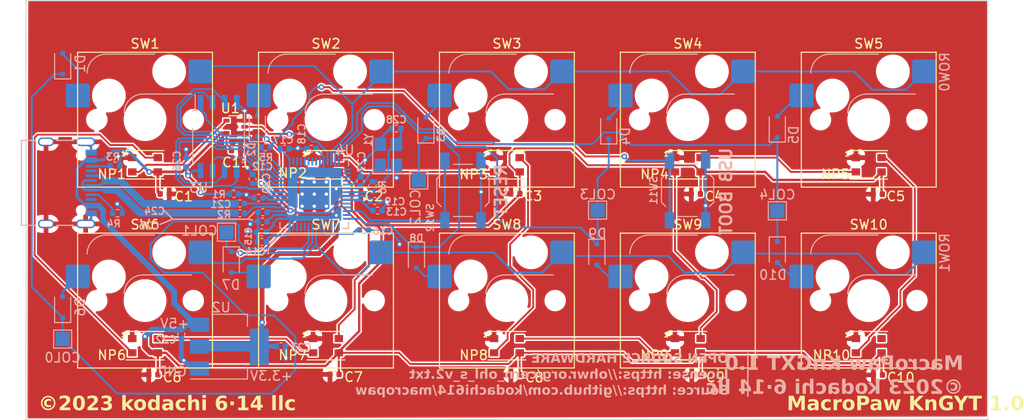
<source format=kicad_pcb>
(kicad_pcb (version 20221018) (generator pcbnew)
  (layers (0 "F.Cu" signal) (31 "B.Cu" signal) (34 "B.Paste" user) (35 "F.Paste" user) (36 "B.SilkS" user "B.Silkscreen") (37 "F.SilkS" user "F.Silkscreen") (38 "B.Mask" user) (39 "F.Mask" user) (44 "Edge.Cuts" user))
  (net 0 "")
  (net 1 "+5V")
  (net 2 "GND")
  (net 3 "+1V1")
  (net 4 "+3V3")
  (net 5 "/XIN")
  (net 6 "Net-(C28-Pad1)")
  (net 7 "/COL0")
  (net 8 "Net-(D1-A)")
  (net 9 "/COL1")
  (net 10 "Net-(D2-A)")
  (net 11 "/COL2")
  (net 12 "Net-(D3-A)")
  (net 13 "/COL3")
  (net 14 "Net-(D4-A)")
  (net 15 "/COL4")
  (net 16 "Net-(D5-A)")
  (net 17 "Net-(D6-A)")
  (net 18 "Net-(D7-A)")
  (net 19 "Net-(D8-A)")
  (net 20 "Net-(D9-A)")
  (net 21 "Net-(D10-A)")
  (net 22 "/USB_CC1")
  (net 23 "/USB_D+")
  (net 24 "/USB_D-")
  (net 26 "/USB_CC2")
  (net 28 "/~{USB_BOOT}")
  (net 29 "/RUN")
  (net 30 "/NEOPXL")
  (net 31 "Net-(NP1-DOUT)")
  (net 32 "Net-(NP2-DOUT)")
  (net 33 "Net-(NP3-DOUT)")
  (net 34 "Net-(NP4-DOUT)")
  (net 35 "Net-(NP6-DOUT)")
  (net 36 "Net-(NP8-DOUT)")
  (net 37 "Net-(NP10-DIN)")
  (net 39 "Net-(U4-USB_DP)")
  (net 40 "Net-(U4-USB_DM)")
  (net 41 "/QSPI_SS")
  (net 42 "/XOUT")
  (net 43 "/ROW0")
  (net 44 "/ROW1")
  (net 45 "/NEO3V3")
  (net 46 "/QSPI_SD1")
  (net 47 "/QSPI_SD2")
  (net 48 "/QSPI_SD0")
  (net 49 "/QSPI_SCLK")
  (net 50 "/QSPI_SD3")
  (net 75 "Net-(NP2-DIN)")
  (net 76 "Net-(NP4-DIN)")
  (footprint "Capacitor_SMD:C_0402_1005Metric" (layer "F.Cu") (at 136.92 66.975 180)
    (fp_text reference "C4")
    (fp_text value "10uF")
  )
  (footprint "Kodachi:LED XL-3528RGBW-WS2812B (3.5x2.8, C2890364)" (layer "F.Cu") (at 155.125 82.95)
    (fp_text reference "NP10")
    (fp_text value "WS2812B" hide)
  )
  (footprint "Kodachi:LED XL-3528RGBW-WS2812B (3.5x2.8, C2890364)" (layer "F.Cu") (at 117.025 82.95)
    (fp_text reference "NP8")
    (fp_text value "WS2812B" hide)
  )
  (footprint "Capacitor_SMD:C_0402_1005Metric" (layer "F.Cu") (at 80.995 66.975)
    (fp_text reference "C1")
    (fp_text value "10uF")
  )
  (footprint "Capacitor_SMD:C_0402_1005Metric" (layer "F.Cu") (at 88.5 62.4)
    (fp_text reference "C11")
    (fp_text value "10uF")
  )
  (footprint "Capacitor_SMD:C_0402_1005Metric" (layer "F.Cu") (at 136.97 86 180)
    (fp_text reference "C9")
    (fp_text value "10uF")
  )
  (footprint "Capacitor_SMD:C_0402_1005Metric" (layer "F.Cu") (at 117.925 86.025 180)
    (fp_text reference "C8")
    (fp_text value "10uF")
  )
  (footprint "Kodachi:LED XL-3528RGBW-WS2812B (3.5x2.8, C2890364)" (layer "F.Cu") (at 117.025 63.9)
    (fp_text reference "NP3")
    (fp_text value "WS2812B" hide)
  )
  (footprint "Capacitor_SMD:C_0402_1005Metric" (layer "F.Cu") (at 101.17 66.95)
    (fp_text reference "C2")
    (fp_text value "10uF")
  )
  (footprint "Capacitor_SMD:C_0402_1005Metric" (layer "F.Cu") (at 156.08 67 180)
    (fp_text reference "C5")
    (fp_text value "10uF")
  )
  (footprint "Capacitor_SMD:C_0402_1005Metric" (layer "F.Cu") (at 156.1 86.025 180)
    (fp_text reference "C10")
    (fp_text value "10uF")
  )
  (footprint "Capacitor_SMD:C_0402_1005Metric" (layer "F.Cu") (at 79.795 86 180)
    (fp_text reference "C6")
    (fp_text value "10uF")
  )
  (footprint "Capacitor_SMD:C_0402_1005Metric" (layer "F.Cu") (at 98.88 85.975 180)
    (fp_text reference "C7")
    (fp_text value "10uF")
  )
  (footprint "Kodachi:LED XL-3528RGBW-WS2812B (3.5x2.8, C2890364)" (layer "F.Cu") (at 97.975 82.95)
    (fp_text reference "NP7")
    (fp_text value "WS2812B" hide)
  )
  (footprint "Kodachi:LED XL-3528RGBW-WS2812B (3.5x2.8, C2890364)" (layer "F.Cu") (at 136.075 82.95)
    (fp_text reference "NP9")
    (fp_text value "WS2812B" hide)
  )
  (footprint "Kodachi:LED XL-3528RGBW-WS2812B (3.5x2.8, C2890364)" (layer "F.Cu") (at 136.075 63.9)
    (fp_text reference "NP4")
    (fp_text value "WS2812B" hide)
  )
  (footprint "Kodachi:LED XL-3528RGBW-WS2812B (3.5x2.8, C2890364)" (layer "F.Cu") (at 78.925 63.9)
    (fp_text reference "NP1")
    (fp_text value "WS2812B" hide)
  )
  (footprint "Kodachi:LED XL-3528RGBW-WS2812B (3.5x2.8, C2890364)" (layer "F.Cu") (at 97.975 63.9)
    (fp_text reference "NP2")
    (fp_text value "WS2812B" hide)
  )
  (footprint "Capacitor_SMD:C_0402_1005Metric" (layer "F.Cu") (at 117.92 66.95 180)
    (fp_text reference "C3")
    (fp_text value "10uF")
  )
  (footprint "Kodachi:LED XL-3528RGBW-WS2812B (3.5x2.8, C2890364)" (layer "F.Cu") (at 78.925 82.95)
    (fp_text reference "NP6")
    (fp_text value "WS2812B" hide)
  )
  (footprint "Package_TO_SOT_SMD:SOT-353_SC-70-5" (layer "F.Cu") (at 88.45 59.9 180)
    (fp_text reference "U1")
    (fp_text value "74AHC1G125")
  )
  (footprint "Kodachi:LED XL-3528RGBW-WS2812B (3.5x2.8, C2890364)" (layer "F.Cu") (at 155.125 63.9)
    (fp_text reference "NP5")
    (fp_text value "WS2812B" hide)
  )
  (footprint "TestPoint:TestPoint_Pad_1.5x1.5mm" (layer "B.Cu") (at 70.25 82.25 180)
    (fp_text reference "TP0" hide)
    (fp_text value "TestPoint")
  )
  (footprint "Kodachi:Flipped_Hotswap_Kailh_MX_1.00u (C5184526)" (layer "B.Cu") (at 78.925 59.15 180)
    (fp_text reference "SW1")
    (fp_text value "SW_Push")
  )
  (footprint "Capacitor_SMD:C_0402_1005Metric" (layer "B.Cu") (at 91.29 69.8775 180)
    (fp_text reference "C25")
    (fp_text value "1uF")
  )
  (footprint "Capacitor_SMD:C_0402_1005Metric" (layer "B.Cu") (at 101.6 65.6475 90)
    (fp_text reference "C27")
    (fp_text value "30pF")
  )
  (footprint "TestPoint:TestPoint_Pad_1.5x1.5mm" (layer "B.Cu") (at 145.5 68.75 180)
    (fp_text reference "TP4" hide)
    (fp_text value "TestPoint")
  )
  (footprint "Capacitor_SMD:C_0402_1005Metric" (layer "B.Cu") (at 96.44 62.2125 180)
    (fp_text reference "C18")
    (fp_text value "100nF")
  )
  (footprint "MCU_RaspberryPi_and_Boards:RP2040-QFN-56" (layer "B.Cu") (at 96.74 66.9875 -90)
    (fp_text reference "U4")
    (fp_text value "RP2040")
  )
  (footprint "Diode_SMD:D_SOD-323F" (layer "B.Cu") (at 107.5 73.65 -90)
    (fp_text reference "D8")
    (fp_text value "1N4148")
  )
  (footprint "Connector_USB:USB_C_Receptacle_Palconn_UTC16-G" (layer "B.Cu") (at 70.74 65.805 90)
    (fp_text reference "J1" hide)
    (fp_text value "USB_C_ReceptacleUSB2.0")
  )
  (footprint "Button_Switch_SMD:SW_SPST_TL3342" (layer "B.Cu") (at 112.4 66.6 90)
    (fp_text reference "SW12")
    (fp_text value "SW_Push")
  )
  (footprint "Capacitor_SMD:C_0402_1005Metric" (layer "B.Cu") (at 91.214 72.0255 180)
    (fp_text reference "C14")
    (fp_text value "100nF")
  )
  (footprint "Diode_SMD:D_SOD-323F" (layer "B.Cu") (at 108.5 60 90)
    (fp_text reference "D3")
    (fp_text value "1N4148")
  )
  (footprint "TestPoint:TestPoint_Pad_1.5x1.5mm" (layer "B.Cu") (at 107.75 65.5 180)
    (fp_text reference "TP2" hide)
    (fp_text value "TestPoint")
  )
  (footprint "Capacitor_SMD:C_0402_1005Metric" (layer "B.Cu") (at 93.23 83)
    (fp_text reference "C23")
    (fp_text value "10uF")
  )
  (footprint "Diode_SMD:D_SOD-323F" (layer "B.Cu") (at 70.25 78.9 90)
    (fp_text reference "D6")
    (fp_text value "1N4148")
  )
  (footprint "Capacitor_SMD:C_0402_1005Metric" (layer "B.Cu") (at 83.25 63.65 90)
    (fp_text reference "C26")
    (fp_text value "10uF")
  )
  (footprint "Resistor_SMD:R_0402_1005Metric" (layer "B.Cu") (at 76.015 69 180)
    (fp_text reference "R4")
    (fp_text value "5.1k")
  )
  (footprint "Diode_SMD:D_SOD-323F" (layer "B.Cu") (at 127.75 60.1 90)
    (fp_text reference "D4")
    (fp_text value "1N4148")
  )
  (footprint "Diode_SMD:D_SOD-323F" (layer "B.Cu") (at 88 74.15 -90)
    (fp_text reference "D7")
    (fp_text value "1N4148")
  )
  (footprint "Capacitor_SMD:C_0402_1005Metric" (layer "B.Cu") (at 105.382 60.0875 180)
    (fp_text reference "C28")
    (fp_text value "30pF")
  )
  (footprint "Resistor_SMD:R_0402_1005Metric" (layer "B.Cu") (at 102.87 66.1815 90)
    (fp_text reference "R6")
    (fp_text value "1k")
  )
  (footprint "Capacitor_SMD:C_0402_1005Metric" (layer "B.Cu") (at 88.91 68.9975)
    (fp_text reference "R2")
    (fp_text value "27")
  )
  (footprint "Capacitor_SMD:C_0402_1005Metric" (layer "B.Cu") (at 93.62 62.2075)
    (fp_text reference "C17")
    (fp_text value "100nF")
  )
  (footprint "Diode_SMD:D_SOD-323F" (layer "B.Cu") (at 70.25 53.25 90)
    (fp_text reference "D1")
    (fp_text value "1N4148")
  )
  (footprint "TestPoint:TestPoint_Pad_1.5x1.5mm" (layer "B.Cu") (at 87.5 71 180)
    (fp_text reference "TP1" hide)
    (fp_text value "TestPoint")
  )
  (footprint "Capacitor_SMD:C_0402_1005Metric" (layer "B.Cu") (at 88.295 66.975)
    (fp_text reference "C21")
    (fp_text value "100nF")
  )
  (footprint "Capacitor_SMD:C_0402_1005Metric" (layer "B.Cu") (at 91.186 71.0095 180)
    (fp_text reference "C15")
    (fp_text value "100nF")
  )
  (footprint "Capacitor_SMD:C_0402_1005Metric" (layer "B.Cu") (at 90.875 67.375 180)
    (fp_text reference "C20")
    (fp_text value "100nF")
  )
  (footprint "Capacitor_SMD:C_0402_1005Metric" (layer "B.Cu") (at 88.905 67.9725)
    (fp_text reference "R1")
    (fp_text value "27")
  )
  (footprint "Package_SO:SOIC-8_5.23x5.23mm_P1.27mm" (layer "B.Cu") (at 86.67 60.925 -90)
    (fp_text reference "U3")
    (fp_text value "W25Q128JVS")
  )
  (footprint "TestPoint:TestPoint_Pad_1.5x1.5mm" (layer "B.Cu") (at 126.575 68.675 180)
    (fp_text reference "TP3" hide)
    (fp_text value "TestPoint")
  )
  (footprint "Kodachi:Flipped_Hotswap_Kailh_MX_1.00u (C5184526)" (layer "B.Cu") (at 97.975 78.2 180)
    (fp_text reference "SW7")
    (fp_text value "SW_Push")
  )
  (footprint "Capacitor_SMD:C_0402_1005Metric" (layer "B.Cu") (at 91.31 68.8975 180)
    (fp_text reference "C24")
    (fp_text value "1uF")
  )
  (footprint "Kodachi:Flipped_Hotswap_Kailh_MX_1.00u (C5184526)" (layer "B.Cu") (at 136.075 78.2 180)
    (fp_text reference "SW9")
    (fp_text value "SW_Push")
  )
  (footprint "Package_TO_SOT_SMD:SOT-223-3_TabPin2" (layer "B.Cu") (at 87.8 83.05)
    (fp_text reference "U2")
    (fp_text value "AMS1117-3.3")
  )
  (footprint "Capacitor_SMD:C_0402_1005Metric" (layer "B.Cu") (at 101.98 70.775)
    (fp_text reference "C16")
    (fp_text value "100nF")
  )
  (footprint "Capacitor_SMD:C_0402_1005Metric" (layer "B.Cu") (at 103.406 68.7235)
    (fp_text reference "C13")
    (fp_text value "100nF")
  )
  (footprint "Kodachi:Flipped_Hotswap_Kailh_MX_1.00u (C5184526)" (layer "B.Cu") (at 155.125 59.15 180)
    (fp_text reference "SW5")
    (fp_text value "SW_Push")
  )
  (footprint "Kodachi:Flipped_Hotswap_Kailh_MX_1.00u (C5184526)" (layer "B.Cu") (at 117.025 59.15 180)
    (fp_text reference "SW3")
    (fp_text value "SW_Push")
  )
  (footprint "Capacitor_SMD:C_0402_1005Metric" (layer "B.Cu") (at 91.63 62.05)
    (fp_text reference "R5")
    (fp_text value "1k")
  )
  (footprint "Diode_SMD:D_SOD-323F" (layer "B.Cu") (at 90.75 59.85 90)
    (fp_text reference "D2")
    (fp_text value "1N4148")
  )
  (footprint "Capacitor_SMD:C_0402_1005Metric" (layer "B.Cu") (at 103.124 67.7075)
    (fp_text reference "C19")
    (fp_text value "100nF")
  )
  (footprint "Diode_SMD:D_SOD-323F" (layer "B.Cu") (at 145.5 59.9 90)
    (fp_text reference "D5")
    (fp_text value "1N4148")
  )
  (footprint "Resistor_SMD:R_0402_1005Metric" (layer "B.Cu") (at 75.765 64 180)
    (fp_text reference "R3")
    (fp_text value "5.1k")
  )
  (footprint "Kodachi:Flipped_Hotswap_Kailh_MX_1.00u (C5184526)" (layer "B.Cu") (at 117.025 78.2 180)
    (fp_text reference "SW8")
    (fp_text value "SW_Push")
  )
  (footprint "Kodachi:Flipped_Hotswap_Kailh_MX_1.00u (C5184526)" (layer "B.Cu") (at 136.075 59.15 180)
    (fp_text reference "SW4")
    (fp_text value "SW_Push")
  )
  (footprint "Diode_SMD:D_SOD-323F" (layer "B.Cu") (at 126.5 73.35 -90)
    (fp_text reference "D9")
    (fp_text value "1N4148")
  )
  (footprint "Kodachi:Flipped_Hotswap_Kailh_MX_1.00u (C5184526)" (layer "B.Cu") (at 97.975 59.15 180)
    (fp_text reference "SW2")
    (fp_text value "SW_Push")
  )
  (footprint "Button_Switch_SMD:SW_SPST_TL3342" (layer "B.Cu") (at 136.05 66.6 90)
    (fp_text reference "SW11")
    (fp_text value "SW_Push")
  )
  (footprint "Kodachi:Flipped_Hotswap_Kailh_MX_1.00u (C5184526)" (layer "B.Cu") (at 155.125 78.2 180)
    (fp_text reference "SW10")
    (fp_text value "SW_Push")
  )
  (footprint "Capacitor_SMD:C_0402_1005Metric" (layer "B.Cu") (at 82.75 81.73 -90)
    (fp_text reference "C22")
    (fp_text value "10uF")
  )
  (footprint "Crystal:Crystal_SMD_3225-4Pin_3.2x2.5mm" (layer "B.Cu") (at 104.552 62.8475 90)
    (fp_text reference "Y1")
    (fp_text value "12MHz")
  )
  (footprint "Diode_SMD:D_SOD-323F" (layer "B.Cu") (at 145.5 73.1 -90)
    (fp_text reference "D10")
    (fp_text value "1N4148")
  )
  (footprint "Capacitor_SMD:C_0402_1005Metric" (layer "B.Cu") (at 90.25 65.395 90)
    (fp_text reference "C12")
    (fp_text value "100nF")
  )
  (footprint "Kodachi:Flipped_Hotswap_Kailh_MX_1.00u (C5184526)" (layer "B.Cu") (at 78.925 78.2 180)
    (fp_text reference "SW6")
    (fp_text value "SW_Push")
  )
  (gr_line (start 142.4 83.75) (end 142.4 88.275) (stroke (width 0.15)) (layer "B.SilkS"))
  (gr_line (start 81.025 68.8) (end 81.825 69.625) (stroke (width 0.15)) (layer "B.SilkS"))
  (gr_line (start 89.715 69.625) (end 90.22 69.71) (stroke (width 0.15)) (layer "B.SilkS"))
  (gr_line (start 90.47 68.88) (end 89.715 69.625) (stroke (width 0.15)) (layer "B.SilkS"))
  (gr_line (start 80.525 70.175) (end 81.825 69.625) (stroke (width 0.15)) (layer "B.SilkS"))
  (gr_line (start 89.715 69.625) (end 81.825 69.625) (stroke (width 0.15)) (layer "B.SilkS"))
  (gr_line (start 66.4 46.625) (end 167.65 46.625) (stroke (width 0.1)) (layer "Edge.Cuts"))
  (gr_line (start 66.4 46.625) (end 66.4 90.725) (stroke (width 0.1)) (layer "Edge.Cuts"))
  (gr_line (start 167.65 46.625) (end 167.65 90.725) (stroke (width 0.1)) (layer "Edge.Cuts"))
  (gr_line (start 66.4 90.725) (end 167.65 90.725) (stroke (width 0.1)) (layer "Edge.Cuts"))
  (gr_text "USB BOOT" (at 140.8 61.975 90) (layer "B.SilkS") (effects (font (size 1.2 1.2) (thickness 0.25) bold) (justify left bottom mirror)))
  (gr_text "MacroPaw KnGXT 1.0\n©2023 kodachi 6·14 llc" (at 165.1 88.275) (layer "B.SilkS") (effects (font (size 1.5 1.5) (thickness 0.3) bold) (justify left bottom mirror)))
  (gr_text "OPEN SOURCE HARDWARE\nLicense: https://ohwr.org/cern_ohl_s_v2.txt\nSource: https://github.com/kodachi614/macropaw" (at 140.375 88.275) (layer "B.SilkS") (effects (font (size 1 1) (thickness 0.25) bold) (justify left bottom mirror)))
  (gr_text "+5V" (at 82.05 80.625) (layer "B.SilkS") (effects (font (size 1 1)) (justify mirror)))
  (gr_text "ROW0" (at 163.125 54.125 90) (layer "B.SilkS") (effects (font (size 1 1)) (justify mirror)))
  (gr_text "COL2" (at 107.4 68.375 90) (layer "B.SilkS") (effects (font (size 1 1)) (justify mirror)))
  (gr_text "COL4" (at 145.5 67.05) (layer "B.SilkS") (effects (font (size 1 1)) (justify mirror)))
  (gr_text "COL0" (at 70.25 84.2) (layer "B.SilkS") (effects (font (size 1 1)) (justify mirror)))
  (gr_text "GND" (at 81.8 85.675) (layer "B.SilkS") (effects (font (size 1 1)) (justify mirror)))
  (gr_text "COL1" (at 84.65 70.85) (layer "B.SilkS") (effects (font (size 1 1)) (justify mirror)))
  (gr_text "+3.3V" (at 92.225 86.125) (layer "B.SilkS") (effects (font (size 1 1)) (justify mirror)))
  (gr_text "RESET" (at 117.1 63.7 90) (layer "B.SilkS") (effects (font (size 1.2 1.2) (thickness 0.25) bold) (justify left bottom mirror)))
  (gr_text "COL3" (at 126.6 67.025) (layer "B.SilkS") (effects (font (size 1 1)) (justify mirror)))
  (gr_text "ROW1" (at 163.125 73.175 90) (layer "B.SilkS") (effects (font (size 1 1)) (justify mirror)))
  (gr_text "MacroPaw KnGYT 1.0" (at 146.5 90) (layer "F.SilkS") (effects (font (size 1.5 1.5) (thickness 0.3) bold) (justify left bottom)))
  (gr_text "©2023 kodachi 6·14 llc" (at 67.675 90) (layer "F.SilkS") (effects (font (size 1.5 1.5) (thickness 0.3) bold) (justify left bottom)))
  (segment (start 80.275 64.65) (end 79.35 64.65) (width 0.3) (layer "F.Cu") (net 1))
  (segment (start 137.425 83.7) (end 137.425 86.1) (width 0.2) (layer "F.Cu") (net 1))
  (segment (start 80.275 85.8) (end 80.35 85.875) (width 0.25) (layer "F.Cu") (net 1))
  (segment (start 80.275 83.7) (end 81.125 83.7) (width 0.25) (layer "F.Cu") (net 1))
  (segment (start 79.475 83.65) (end 80.225 83.65) (width 0.6) (layer "F.Cu") (net 1))
  (segment (start 100.69 68.715) (end 102.25 70.275) (width 0.25) (layer "F.Cu") (net 1))
  (segment (start 103.313173 70.275) (end 103.825 70.786827) (width 0.25) (layer "F.Cu") (net 1))
  (segment (start 80.275 64.65) (end 82.825 64.65) (width 0.3) (layer "F.Cu") (net 1))
  (segment (start 137.425 64.65) (end 137.425 66.95) (width 0.25) (layer "F.Cu") (net 1))
  (segment (start 103.825 70.786827) (end 103.825 74.05) (width 0.25) (layer "F.Cu") (net 1))
  (segment (start 137.425 66.95) (end 137.4 66.975) (width 0.25) (layer "F.Cu") (net 1))
  (segment (start 102.25 70.275) (end 103.313173 70.275) (width 0.25) (layer "F.Cu") (net 1))
  (segment (start 118.375 85.995) (end 118.405 86.025) (width 0.2) (layer "F.Cu") (net 1))
  (segment (start 99.325 83.575) (end 99.325 83.7) (width 0.25) (layer "F.Cu") (net 1))
  (segment (start 87.5 60.55) (end 87.5 61.73) (width 0.2) (layer "F.Cu") (net 1))
  (segment (start 80.275 64.65) (end 80.275 66.735) (width 0.3) (layer "F.Cu") (net 1))
  (segment (start 86.925 60.55) (end 87.5 60.55) (width 0.3) (layer "F.Cu") (net 1))
  (segment (start 137.425 64.65) (end 144.225 64.65) (width 0.25) (layer "F.Cu") (net 1))
  (segment (start 117.3 63.875) (end 118.075 64.65) (width 0.2) (layer "F.Cu") (net 1))
  (segment (start 155.375 84.8) (end 156.475 83.7) (width 0.25) (layer "F.Cu") (net 1))
  (segment (start 145.075 65.5) (end 155.625 65.5) (width 0.25) (layer "F.Cu") (net 1))
  (segment (start 80.275 83.7) (end 80.275 85.2) (width 0.25) (layer "F.Cu") (net 1))
  (segment (start 80.275 66.735) (end 80.515 66.975) (width 0.3) (layer "F.Cu") (net 1))
  (segment (start 100.69 66.015) (end 100.69 66.95) (width 0.25) (layer "F.Cu") (net 1))
  (segment (start 156.475 66.915) (end 156.56 67) (width 0.25) (layer "F.Cu") (net 1))
  (segment (start 125.55 63.95) (end 123.775 62.175) (width 0.2) (layer "F.Cu") (net 1))
  (segment (start 100.69 66.95) (end 100.69 68.715) (width 0.25) (layer "F.Cu") (net 1))
  (segment (start 115.075 70.275) (end 118.4 66.95) (width 0.25) (layer "F.Cu") (net 1))
  (segment (start 148.225 83.7) (end 149.325 84.8) (width 0.25) (layer "F.Cu") (net 1))
  (segment (start 156.475 83.7) (end 156.475 85.92) (width 0.25) (layer "F.Cu") (net 1))
  (segment (start 117.2 84.875) (end 118.375 83.7) (width 0.2) (layer "F.Cu") (net 1))
  (segment (start 156.475 66.84) (end 156.56 66.925) (width 0.25) (layer "F.Cu") (net 1))
  (segment (start 81.125 83.7) (end 82.5 85.075) (width 0.25) (layer "F.Cu") (net 1))
  (segment (start 137.425 83.7) (end 148.225 83.7) (width 0.25) (layer "F.Cu") (net 1))
  (segment (start 80.275 85.2) (end 80.275 85.8) (width 0.25) (layer "F.Cu") (net 1))
  (segment (start 129.275 83.7) (end 130.2 84.625) (width 0.2) (layer "F.Cu") (net 1))
  (segment (start 123.775 62.175) (end 117.85 62.175) (width 0.2) (layer "F.Cu") (net 1))
  (segment (start 99.325 83.7) (end 99.325 85.94) (width 0.2) (layer "F.Cu") (net 1))
  (segment (start 156.475 85.92) (end 156.58 86.025) (width 0.25) (layer "F.Cu") (net 1))
  (segment (start 82.5 85.075) (end 97.95 85.075) (width 0.25) (layer "F.Cu") (net 1))
  (segment (start 117.3 62.75) (end 117.85 62.2) (width 0.2) (layer "F.Cu") (net 1))
  (segment (start 149.325 84.8) (end 155.375 84.8) (width 0.25) (layer "F.Cu") (net 1))
  (segment (start 99.325 83.7) (end 105.675 83.7) (width 0.2) (layer "F.Cu") (net 1))
  (segment (start 156.475 64.65) (end 156.475 66.915) (width 0.25) (layer "F.Cu") (net 1))
  (segment (start 99.325 85.94) (end 99.36 85.975) (width 0.2) (layer "F.Cu") (net 1))
  (segment (start 99.325 64.65) (end 100.69 66.015) (width 0.25) (layer "F.Cu") (net 1))
  (segment (start 103.825 74.05) (end 101.475 76.4) (width 0.25) (layer "F.Cu") (net 1))
  (segment (start 99.325 83.7) (end 99.325 85.795) (width 0.2) (layer "F.Cu") (net 1))
  (segment (start 103.313173 70.275) (end 115.075 70.275) (width 0.25) (layer "F.Cu") (net 1))
  (segment (start 118.075 64.65) (end 118.375 64.65) (width 0.2) (layer "F.Cu") (net 1))
  (segment (start 118.375 83.7) (end 118.375 85.995) (width 0.2) (layer "F.Cu") (net 1))
  (segment (start 137.425 64.65) (end 136.725 63.95) (width 0.2) (layer "F.Cu") (net 1))
  (segment (start 101.475 81.425) (end 99.325 83.575) (width 0.25) (layer "F.Cu") (net 1))
  (segment (start 130.2 84.625) (end 136.5 84.625) (width 0.2) (layer "F.Cu") (net 1))
  (segment (start 78.925 83.1) (end 79.475 83.65) (width 0.6) (layer "F.Cu") (net 1))
  (segment (start 106.85 84.875) (end 117.2 84.875) (width 0.2) (layer "F.Cu") (net 1))
  (segment (start 99.325 85.795) (end 99.38 85.85) (width 0.2) (layer "F.Cu") (net 1))
  (segment (start 118.4 66.95) (end 118.375 66.925) (width 0.2) (layer "F.Cu") (net 1))
  (segment (start 80.225 83.65) (end 80.275 83.7) (width 0.6) (layer "F.Cu") (net 1))
  (segment (start 117.85 62.2) (end 117.85 62.175) (width 0.2) (layer "F.Cu") (net 1))
  (segment (start 78.925 81.975) (end 78.925 83.1) (width 0.6) (layer "F.Cu") (net 1))
  (segment (start 118.375 83.7) (end 129.275 83.7) (width 0.2) (layer "F.Cu") (net 1))
  (segment (start 82.825 64.65) (end 86.925 60.55) (width 0.3) (layer "F.Cu") (net 1))
  (segment (start 118.375 66.925) (end 118.375 64.65) (width 0.2) (layer "F.Cu") (net 1))
  (segment (start 136.725 63.95) (end 125.55 63.95) (width 0.2) (layer "F.Cu") (net 1))
  (segment (start 87.5 61.73) (end 88.02 62.25) (width 0.2) (layer "F.Cu") (net 1))
  (segment (start 144.225 64.65) (end 145.075 65.5) (width 0.25) (layer "F.Cu") (net 1))
  (segment (start 101.475 76.4) (end 101.475 81.425) (width 0.25) (layer "F.Cu") (net 1))
  (segment (start 117.3 62.75) (end 117.3 63.875) (width 0.2) (layer "F.Cu") (net 1))
  (segment (start 97.95 85.075) (end 99.325 83.7) (width 0.25) (layer "F.Cu") (net 1))
  (segment (start 80.275 85.2) (end 80.275 86) (width 0.25) (layer "F.Cu") (net 1))
  (segment (start 105.675 83.7) (end 106.85 84.875) (width 0.2) (layer "F.Cu") (net 1))
  (segment (start 155.625 65.5) (end 156.475 64.65) (width 0.25) (layer "F.Cu") (net 1))
  (segment (start 136.5 84.625) (end 137.425 83.7) (width 0.2) (layer "F.Cu") (net 1))
  (via (at 78.925 81.975) (size 0.6) (drill 0.3) (layers "F.Cu" "B.Cu") (net 1))
  (via (at 79.35 64.65) (size 0.6) (drill 0.3) (layers "F.Cu" "B.Cu") (net 1))
  (segment (start 77.6 62.9) (end 79.35 64.65) (width 0.3) (layer "B.Cu") (net 1))
  (segment (start 84.25 80.75) (end 84.65 80.75) (width 0.6) (layer "B.Cu") (net 1))
  (segment (start 82.75 81.25) (end 79.65 81.25) (width 0.6) (layer "B.Cu") (net 1))
  (segment (start 79.65 81.25) (end 78.925 81.975) (width 0.6) (layer "B.Cu") (net 1))
  (segment (start 72.67 68.205) (end 73.25 68.205) (width 0.3) (layer "B.Cu") (net 1))
  (segment (start 74.515 68.69) (end 74.515 69.765) (width 0.6) (layer "B.Cu") (net 1))
  (segment (start 84.65 80.75) (end 83.25 80.75) (width 0.6) (layer "B.Cu") (net 1))
  (segment (start 75.5 62.425) (end 77.15 62.425) (width 0.3) (layer "B.Cu") (net 1))
  (segment (start 74.03 68.205) (end 74.515 68.69) (width 0.6) (layer "B.Cu") (net 1))
  (segment (start 77.6 62.875) (end 77.6 62.9) (width 0.3) (layer "B.Cu") (net 1))
  (segment (start 77.15 62.425) (end 77.6 62.875) (width 0.3) (layer "B.Cu") (net 1))
  (segment (start 73.25 68.205) (end 74.03 68.205) (width 0.6) (layer "B.Cu") (net 1))
  (segment (start 82 77.25) (end 82 78.5) (width 0.6) (layer "B.Cu") (net 1))
  (segment (start 82 78.5) (end 84.25 80.75) (width 0.6) (layer "B.Cu") (net 1))
  (segment (start 71.765 67.3) (end 72.67 68.205) (width 0.3) (layer "B.Cu") (net 1))
  (segment (start 74.515 69.765) (end 82 77.25) (width 0.6) (layer "B.Cu") (net 1))
  (segment (start 73.25 63.405) (end 74.52 63.405) (width 0.3) (layer "B.Cu") (net 1))
  (segment (start 83.25 80.75) (end 82.75 81.25) (width 0.6) (layer "B.Cu") (net 1))
  (segment (start 72.67 63.405) (end 71.765 64.31) (width 0.3) (layer "B.Cu") (net 1))
  (segment (start 74.52 63.405) (end 75.5 62.425) (width 0.3) (layer "B.Cu") (net 1))
  (segment (start 73.25 63.405) (end 72.67 63.405) (width 0.3) (layer "B.Cu") (net 1))
  (segment (start 71.765 64.31) (end 71.765 67.3) (width 0.3) (layer "B.Cu") (net 1))
  (via (at 137.95 68.2) (size 0.6) (drill 0.3) (layers "F.Cu" "B.Cu") (net 2))
  (via (at 89.75 70.8975) (size 0.6) (drill 0.3) (layers "F.Cu" "B.Cu") (net 2))
  (via (at 76 68.025) (size 0.6) (drill 0.3) (layers "F.Cu" "B.Cu") (net 2))
  (via (at 114.31 66.752) (size 0.6) (drill 0.3) (layers "F.Cu" "B.Cu") (net 2))
  (via (at 105.41 65.2715) (size 0.6) (drill 0.3) (layers "F.Cu" "B.Cu") (net 2))
  (via (at 93.75 84.25) (size 0.6) (drill 0.3) (layers "F.Cu" "B.Cu") (net 2))
  (via (at 89.703224 64.221776) (size 0.6) (drill 0.3) (layers "F.Cu" "B.Cu") (net 2))
  (via (at 105.725 72.275) (size 0.6) (drill 0.3) (layers "F.Cu" "B.Cu") (net 2))
  (via (at 83 84.5) (size 0.6) (drill 0.3) (layers "F.Cu" "B.Cu") (net 2))
  (via (at 104.422 67.8115) (size 0.6) (drill 0.3) (layers "F.Cu" "B.Cu") (net 2))
  (via (at 83.25 62.275) (size 0.6) (drill 0.3) (layers "F.Cu" "B.Cu") (net 2))
  (via (at 90 70.1475) (size 0.6) (drill 0.3) (layers "F.Cu" "B.Cu") (net 2))
  (via (at 102.108 63.3895) (size 0.6) (drill 0.3) (layers "F.Cu" "B.Cu") (net 2))
  (via (at 95 62.1475) (size 0.6) (drill 0.3) (layers "F.Cu" "B.Cu") (net 2))
  (via (at 76.115 63.025) (size 0.6) (drill 0.3) (layers "F.Cu" "B.Cu") (net 2))
  (via (at 89.6 67.05) (size 0.6) (drill 0.3) (layers "F.Cu" "B.Cu") (net 2))
  (via (at 89.425 58.225) (size 0.6) (drill 0.3) (layers "F.Cu" "B.Cu") (net 2))
  (segment (start 101.6 65.1675) (end 101.6 63.8975) (width 0.25) (layer "B.Cu") (net 2))
  (segment (start 88.775 66.975) (end 89.525 66.975) (width 0.2) (layer "B.Cu") (net 2))
  (segment (start 73.25 69.545) (end 72.67 70.125) (width 0.25) (layer "B.Cu") (net 2))
  (segment (start 94.94 62.2075) (end 95 62.1475) (width 0.2) (layer "B.Cu") (net 2))
  (segment (start 90.83 69.8575) (end 90.81 69.8775) (width 0.2) (layer "B.Cu") (net 2))
  (segment (start 104.525 70.775) (end 105.725 71.975) (width 0.2) (layer "B.Cu") (net 2))
  (segment (start 88.575 57.325) (end 88.575 57.375) (width 0.25) (layer "B.Cu") (net 2))
  (segment (start 114.3 63.45) (end 114.3 66.742) (width 0.2) (layer "B.Cu") (net 2))
  (segment (start 95.065 62.2125) (end 95 62.1475) (width 0.2) (layer "B.Cu") (net 2))
  (segment (start 76.525 69) (end 76.525 68.55) (width 0.25) (layer "B.Cu") (net 2))
  (segment (start 102.46 70.775) (end 104.525 70.775) (width 0.2) (layer "B.Cu") (net 2))
  (segment (start 89.862 71.0095) (end 89.75 70.8975) (width 0.2) (layer "B.Cu") (net 2))
  (segment (start 103.702 61.35) (end 103.702 61.398) (width 0.25) (layer "B.Cu") (net 2))
  (segment (start 90.25 64.768552) (end 89.703224 64.221776) (width 0.2) (layer "B.Cu") (net 2))
  (segment (start 73.25 62.605) (end 73.25 62.065) (width 0.25) (layer "B.Cu") (net 2))
  (segment (start 90.706 71.0095) (end 90.706 71.9975) (width 0.2) (layer "B.Cu") (net 2))
  (segment (start 104.902 59.9375) (end 103.702 61.1375) (width 0.25) (layer "B.Cu") (net 2))
  (segment (start 82.75 82.21) (end 82.75 84.25) (width 0.5) (layer "B.Cu") (net 2))
  (segment (start 105.725 71.975) (end 105.725 72.275) (width 0.2) (layer "B.Cu") (net 2))
  (segment (start 90.395 67.375) (end 89.925 67.375) (width 0.2) (layer "B.Cu") (net 2))
  (segment (start 94.1 62.2075) (end 94.94 62.2075) (width 0.2) (layer "B.Cu") (net 2))
  (segment (start 90.81 69.8775) (end 90.27 69.8775) (width 0.2) (layer "B.Cu") (net 2))
  (segment (start 93.71 84.21) (end 93.75 84.25) (width 0.2) (layer "B.Cu") (net 2))
  (segment (start 89.925 67.375) (end 89.6 67.05) (width 0.2) (layer "B.Cu") (net 2))
  (segment (start 83.85 85.35) (end 84.65 85.35) (width 0.5) (layer "B.Cu") (net 2))
  (segment (start 137.95 66.45) (end 137.95 69.75) (width 0.25) (layer "B.Cu") (net 2))
  (segment (start 90.706 71.0095) (end 89.862 71.0095) (width 0.2) (layer "B.Cu") (net 2))
  (segment (start 76.525 68.55) (end 76 68.025) (width 0.25) (layer "B.Cu") (net 2))
  (segment (start 90.25 64.915) (end 90.25 64.768552) (width 0.2) (layer "B.Cu") (net 2))
  (segment (start 73.25 62.065) (end 72.67 61.485) (width 0.25) (layer "B.Cu") (net 2))
  (segment (start 90.27 69.8775) (end 90 70.1475) (width 0.2) (layer "B.Cu") (net 2))
  (segment (start 103.886 68.7235) (end 103.886 68.4975) (width 0.25) (layer "B.Cu") (net 2))
  (segment (start 93.71 83) (end 93.71 84.21) (width 0.5) (layer "B.Cu") (net 2))
  (segment (start 100.78 65.9875) (end 101.6 65.1675) (width 0.2) (layer "B.Cu") (net 2))
  (segment (start 90.81 69.8775) (end 90.81 70.9055) (width 0.2) (layer "B.Cu") (net 2))
  (segment (start 101.6 63.8975) (end 102.108 63.3895) (width 0.25) (layer "B.Cu") (net 2))
  (segment (start 83.25 63.17) (end 83.25 62.275) (width 0.25) (layer "B.Cu") (net 2))
  (segment (start 89.525 66.975) (end 89.6 67.05) (width 0.2) (layer "B.Cu") (net 2))
  (segment (start 83 84.5) (end 83.85 85.35) (width 0.5) (layer "B.Cu") (net 2))
  (segment (start 105.402 63.7975) (end 105.402 65.2635) (width 0.25) (layer "B.Cu") (net 2))
  (segment (start 103.604 67.7075) (end 104.168 67.7075) (width 0.25) (layer "B.Cu") (net 2))
  (segment (start 73.25 69.005) (end 73.25 69.545) (width 0.25) (layer "B.Cu") (net 2))
  (segment (start 137.95 63.45) (end 137.95 66.45) (width 0.25) (layer "B.Cu") (net 2))
  (segment (start 95.96 62.2125) (end 95.065 62.2125) (width 0.2) (layer "B.Cu") (net 2))
  (segment (start 100.1775 65.9875) (end 100.78 65.9875) (width 0.2) (layer "B.Cu") (net 2))
  (segment (start 90.81 70.9055) (end 90.706 71.0095) (width 0.2) (layer "B.Cu") (net 2))
  (segment (start 88.575 57.375) (end 89.425 58.225) (width 0.25) (layer "B.Cu") (net 2))
  (segment (start 105.402 65.2635) (end 105.41 65.2715) (width 0.25) (layer "B.Cu") (net 2))
  (segment (start 114.3 69.75) (end 114.3 66.762) (width 0.2) (layer "B.Cu") (net 2))
  (segment (start 90.83 68.8975) (end 90.83 69.8575) (width 0.2) (layer "B.Cu") (net 2))
  (segment (start 76.275 64) (end 76.275 63.185) (width 0.25) (layer "B.Cu") (net 2))
  (segment (start 82.75 84.25) (end 83 84.5) (width 0.5) (layer "B.Cu") (net 2))
  (segment (start 103.702 61.7955) (end 102.108 63.3895) (width 0.25) (layer "B.Cu") (net 2))
  (segment (start 103.886 68.4975) (end 104.422 67.9615) (width 0.25) (layer "B.Cu") (net 2))
  (segment (start 94.2235 68.7235) (end 91.357276 65.857276) (width 0.25) (layer "F.Cu") (net 3))
  (segment (start 91.357276 65.857276) (end 91.153504 65.857276) (width 0.25) (layer "F.Cu") (net 3))
  (segment (start 94.234 68.7235) (end 94.2235 68.7235) (width 0.25) (layer "F.Cu") (net 3))
  (via (at 94.234 68.7235) (size 0.6) (drill 0.3) (layers "F.Cu" "B.Cu") (net 3))
  (via (at 91.153504 65.857276) (size 0.6) (drill 0.3) (layers "F.Cu" "B.Cu") (net 3))
  (segment (start 90.25 65.875) (end 91.13578 65.875) (width 0.25) (layer "B.Cu") (net 3))
  (segment (start 91.13578 65.875) (end 91.153504 65.857276) (width 0.25) (layer "B.Cu") (net 3))
  (segment (start 94.234 68.7235) (end 94.17 68.7875) (width 0.25) (layer "B.Cu") (net 3))
  (segment (start 94.742 68.7235) (end 94.996 68.9775) (width 0.25) (layer "B.Cu") (net 3))
  (segment (start 99.644555 67.5875) (end 100.1775 67.5875) (width 0.25) (layer "B.Cu") (net 3))
  (segment (start 91.400286 65.857276) (end 91.153504 65.857276) (width 0.25) (layer "B.Cu") (net 3))
  (segment (start 94.234 68.7235) (end 94.742 68.7235) (width 0.25) (layer "B.Cu") (net 3))
  (segment (start 93.3025 68.7875) (end 91.9 68.7875) (width 0.25) (layer "B.Cu") (net 3))
  (segment (start 101.627101 67.5875) (end 102.763101 68.7235) (width 0.25) (layer "B.Cu") (net 3))
  (segment (start 91.9 68.7875) (end 91.79 68.8975) (width 0.25) (layer "B.Cu") (net 3))
  (segment (start 100.1775 67.5875) (end 101.627101 67.5875) (width 0.25) (layer "B.Cu") (net 3))
  (segment (start 91.400286 65.857276) (end 92.33051 66.7875) (width 0.25) (layer "B.Cu") (net 3))
  (segment (start 94.996 68.9775) (end 98.254555 68.9775) (width 0.25) (layer "B.Cu") (net 3))
  (segment (start 102.763101 68.7235) (end 102.926 68.7235) (width 0.25) (layer "B.Cu") (net 3))
  (segment (start 93.3025 66.7875) (end 92.33051 66.7875) (width 0.25) (layer "B.Cu") (net 3))
  (segment (start 98.254555 68.9775) (end 99.644555 67.5875) (width 0.25) (layer "B.Cu") (net 3))
  (segment (start 94.17 68.7875) (end 93.3025 68.7875) (width 0.25) (layer "B.Cu") (net 3))
  (segment (start 99.06 66.4375) (end 99.06 69.2315) (width 0.5) (layer "F.Cu") (net 4))
  (segment (start 84.775 66.825) (end 84.775 66.375) (width 0.25) (layer "F.Cu") (net 4))
  (segment (start 84.775 66.375) (end 83.45 65.05) (width 0.25) (layer "F.Cu") (net 4))
  (segment (start 97.25 73.25) (end 93 73.25) (width 0.5) (layer "F.Cu") (net 4))
  (segment (start 97.25 73.25) (end 99.06 71.44) (width 0.5) (layer "F.Cu") (net 4))
  (segment (start 99.06 71.44) (end 99.06 69.2315) (width 0.5) (layer "F.Cu") (net 4))
  (segment (start 91.25 75) (end 91.25 80.5) (width 0.5) (layer "F.Cu") (net 4))
  (segment (start 91.25 75) (end 93 73.25) (width 0.5) (layer "F.Cu") (net 4))
  (via (at 91.25 80.5) (size 0.6) (drill 0.3) (layers "F.Cu" "B.Cu") (net 4))
  (via (at 84.775 66.825) (size 0.6) (drill 0.3) (layers "F.Cu" "B.Cu") (net 4))
  (via (at 83.45 65.05) (size 0.6) (drill 0.3) (layers "F.Cu" "B.Cu") (net 4))
  (via (at 99.06 69.2315) (size 0.6) (drill 0.3) (layers "F.Cu" "B.Cu") (net 4))
  (via (at 99.06 66.4375) (size 0.6) (drill 0.3) (layers "F.Cu" "B.Cu") (net 4))
  (segment (start 94.14 70.425) (end 94.14 69.927881) (width 0.25) (layer "B.Cu") (net 4))
  (segment (start 97.79 69.4855) (end 98.044 69.4855) (width 0.25) (layer "B.Cu") (net 4))
  (segment (start 91.9875 67.5875) (end 93.3025 67.5875) (width 0.25) (layer "B.Cu") (net 4))
  (segment (start 101.5 70.775) (end 101.1725 70.775) (width 0.25) (layer "B.Cu") (net 4))
  (segment (start 93.3025 69.5875) (end 92.862 69.5875) (width 0.25) (layer "B.Cu") (net 4))
  (segment (start 84.925 66.975) (end 84.775 66.825) (width 0.25) (layer "B.Cu") (net 4))
  (segment (start 92.75 83) (end 91 83) (width 0.5) (layer "B.Cu") (net 4))
  (segment (start 91 83) (end 90.95 83.05) (width 0.2) (layer "B.Cu") (net 4))
  (segment (start 94.582381 69.4855) (end 94.742 69.4855) (width 0.25) (layer "B.Cu") (net 4))
  (segment (start 83.25 64.13) (end 83.25 64.85) (width 0.25) (layer "B.Cu") (net 4))
  (segment (start 97.74 70.425) (end 97.74 70.922119) (width 0.25) (layer "B.Cu") (net 4))
  (segment (start 94.14 63.55) (end 94.14 64.5375) (width 0.2) (layer "B.Cu") (net 4))
  (segment (start 93.3025 69.1875) (end 92.46 69.1875) (width 0.25) (layer "B.Cu") (net 4))
  (segment (start 94.14 64.5375) (end 94.5 64.8975) (width 0.2) (layer "B.Cu") (net 4))
  (segment (start 91.775 67.375) (end 91.9875 67.5875) (width 0.25) (layer "B.Cu") (net 4))
  (segment (start 94.234 67.4535) (end 94.234 67.1995) (width 0.25) (layer "B.Cu") (net 4))
  (segment (start 99.06 66.4375) (end 99.06 66.567119) (width 0.25) (layer "B.Cu") (net 4))
  (segment (start 90.95 83.05) (end 84.65 83.05) (width 1) (layer "B.Cu") (net 4))
  (segment (start 87.815 66.975) (end 87.815 66.89033) (width 0.25) (layer "B.Cu") (net 4))
  (segment (start 87.815 66.89033) (end 88.43033 66.275) (width 0.25) (layer "B.Cu") (net 4))
  (segment (start 101.1725 70.775) (end 100.8 71.1475) (width 0.25) (layer "B.Cu") (net 4))
  (segment (start 84.765 64.525) (end 83.975 64.525) (width 0.25) (layer "B.Cu") (net 4))
  (segment (start 83.975 64.525) (end 83.45 65.05) (width 0.25) (layer "B.Cu") (net 4))
  (segment (start 91.4096 66.432276) (end 92.164824 67.1875) (width 0.25) (layer "B.Cu") (net 4))
  (segment (start 91.694 71.0095) (end 91.666 71.0095) (width 0.25) (layer "B.Cu") (net 4))
  (segment (start 92.456 70.2475) (end 91.694 71.0095) (width 0.25) (layer "B.Cu") (net 4))
  (segment (start 94.14 69.927881) (end 94.582381 69.4855) (width 0.25) (layer "B.Cu") (net 4))
  (segment (start 93.8 69.1875) (end 93.3025 69.1875) (width 0.25) (layer "B.Cu") (net 4))
  (segment (start 92.164824 67.1875) (end 93.3025 67.1875) (width 0.25) (layer "B.Cu") (net 4))
  (segment (start 94.14 63.2075) (end 93.14 62.2075) (width 0.2) (layer "B.Cu") (net 4))
  (segment (start 100.1775 67.1875) (end 102.124 67.1875) (width 0.25) (layer "B.Cu") (net 4))
  (segment (start 93.3145 67.1995) (end 93.3025 67.1875) (width 0.25) (layer "B.Cu") (net 4))
  (segment (start 94.1 67.5875) (end 94.234 67.4535) (width 0.25) (layer "B.Cu") (net 4))
  (segment (start 97.74 69.5355) (end 97.79 69.4855) (width 0.25) (layer "B.Cu") (net 4))
  (segment (start 94.234 67.1995) (end 93.3145 67.1995) (width 0.25) (layer "B.Cu") (net 4))
  (segment (start 102.124 67.1875) (end 102.644 67.7075) (width 0.25) (layer "B.Cu") (net 4))
  (segment (start 91.355 67.375) (end 91.775 67.375) (width 0.25) (layer "B.Cu") (net 4))
  (segment (start 92.202 71.3675) (end 91.694 71.8755) (width 0.25) (layer "B.Cu") (net 4))
  (segment (start 92.456 69.9935) (end 92.456 70.2475) (width 0.25) (layer "B.Cu") (net 4))
  (segment (start 89.675 66.275) (end 89.832276 66.432276) (width 0.25) (layer "B.Cu") (net 4))
  (segment (start 94.14 70.425) (end 94.14 70.91) (width 0.25) (layer "B.Cu") (net 4))
  (segment (start 87.815 66.975) (end 84.925 66.975) (width 0.25) (layer "B.Cu") (net 4))
  (segment (start 97.74 70.425) (end 97.74 69.5355) (width 0.25) (layer "B.Cu") (net 4))
  (segment (start 94.472173 69.2985) (end 94.183173 69.5875) (width 0.25) (layer "B.Cu") (net 4))
  (segment (start 94.183173 69.5875) (end 93.3025 69.5875) (width 0.25) (layer "B.Cu") (net 4))
  (segment (start 91.25 80.5) (end 91.25 82.75) (width 0.5) (layer "B.Cu") (net 4))
  (segment (start 93.911 69.2985) (end 93.8 69.1875) (width 0.25) (layer "B.Cu") (net 4))
  (segment (start 94.555 69.2985) (end 93.911 69.2985) (width 0.25) (layer "B.Cu") (net 4))
  (segment (start 94.14 70.91) (end 93.6825 71.3675) (width 0.25) (layer "B.Cu") (net 4))
  (segment (start 97.74 63.0325) (end 96.92 62.2125) (width 0.2) (layer "B.Cu") (net 4))
  (segment (start 99.06 66.567119) (end 99.680381 67.1875) (width 0.25) (layer "B.Cu") (net 4))
  (segment (start 97.74 63.55) (end 97.74 64.6375) (width 0.2) (layer "B.Cu") (net 4))
  (segment (start 92.46 69.1875) (end 91.77 69.8775) (width 0.25) (layer "B.Cu") (net 4))
  (segment (start 93.6825 71.3675) (end 92.202 71.3675) (width 0.25) (layer "B.Cu") (net 4))
  (segment (start 89.832276 66.432276) (end 91.4096 66.432276) (width 0.25) (layer "B.Cu") (net 4))
  (segment (start 94.472173 69.2985) (end 94.555 69.2985) (width 0.25) (layer "B.Cu") (net 4))
  (segment (start 97.74 70.922119) (end 97.965381 71.1475) (width 0.25) (layer "B.Cu") (net 4))
  (segment (start 99.680381 67.1875) (end 100.1775 67.1875) (width 0.25) (layer "B.Cu") (net 4))
  (segment (start 91.25 82.75) (end 91 83) (width 0.5) (layer "B.Cu") (net 4))
  (segment (start 88.43033 66.275) (end 89.675 66.275) (width 0.25) (layer "B.Cu") (net 4))
  (segment (start 83.25 64.85) (end 83.45 65.05) (width 0.25) (layer "B.Cu") (net 4))
  (segment (start 94.555 69.2985) (end 94.742 69.4855) (width 0.25) (layer "B.Cu") (net 4))
  (segment (start 93.3025 67.5875) (end 94.1 67.5875) (width 0.25) (layer "B.Cu") (net 4))
  (segment (start 97.965381 71.1475) (end 100.8 71.1475) (width 0.25) (layer "B.Cu") (net 4))
  (segment (start 94.14 63.55) (end 94.14 63.2075) (width 0.2) (layer "B.Cu") (net 4))
  (segment (start 92.862 69.5875) (end 92.456 69.9935) (width 0.25) (layer "B.Cu") (net 4))
  (segment (start 101.656 66.1275) (end 102.108 65.6755) (width 0.2) (layer "B.Cu") (net 5))
  (segment (start 102.108 65.569028) (end 102.362 65.315028) (width 0.2) (layer "B.Cu") (net 5))
  (segment (start 103.582 63.9475) (end 103.702 63.9475) (width 0.2) (layer "B.Cu") (net 5))
  (segment (start 101.6 66.1275) (end 101.656 66.1275) (width 0.2) (layer "B.Cu") (net 5))
  (segment (start 102.108 65.6755) (end 102.108 65.569028) (width 0.2) (layer "B.Cu") (net 5))
  (segment (start 101.34 66.3875) (end 100.1775 66.3875) (width 0.2) (layer "B.Cu") (net 5))
  (segment (start 102.362 65.315028) (end 102.362 65.1675) (width 0.2) (layer "B.Cu") (net 5))
  (segment (start 101.6 66.1275) (end 101.34 66.3875) (width 0.2) (layer "B.Cu") (net 5))
  (segment (start 102.362 65.1675) (end 103.582 63.9475) (width 0.2) (layer "B.Cu") (net 5))
  (segment (start 105.862 60.89) (end 105.402 61.35) (width 0.2) (layer "B.Cu") (net 6))
  (segment (start 103.9535 65.6715) (end 104.552 65.073) (width 0.2) (layer "B.Cu") (net 6))
  (segment (start 104.552 62.4475) (end 105.402 61.5975) (width 0.2) (layer "B.Cu") (net 6))
  (segment (start 105.862 59.9375) (end 105.862 61.1375) (width 0.2) (layer "B.Cu") (net 6))
  (segment (start 104.552 65.073) (end 104.552 62.4475) (width 0.2) (layer "B.Cu") (net 6))
  (segment (start 102.87 65.6715) (end 103.9535 65.6715) (width 0.2) (layer "B.Cu") (net 6))
  (segment (start 95.45 72.7) (end 89.55 72.7) (width 0.2) (layer "B.Cu") (net 7))
  (segment (start 94.75 85.5) (end 92.25 88) (width 0.2) (layer "B.Cu") (net 7))
  (segment (start 70.25 54.35) (end 69.4 54.35) (width 0.2) (layer "B.Cu") (net 7))
  (segment (start 67 56.75) (end 67 76.75) (width 0.2) (layer "B.Cu") (net 7))
  (segment (start 85 75.25) (end 89.5 79.75) (width 0.2) (layer "B.Cu") (net 7))
  (segment (start 89.55 72.7) (end 88.8 71.95) (width 0.2) (layer "B.Cu") (net 7))
  (segment (start 81.9 69.85) (end 79.5 72.25) (width 0.2) (layer "B.Cu") (net 7))
  (segment (start 76 88) (end 70.25 82.25) (width 0.2) (layer "B.Cu") (net 7))
  (segment (start 70.25 80) (end 70.25 82.25) (width 0.2) (layer "B.Cu") (net 7))
  (segment (start 69.4 54.35) (end 67 56.75) (width 0.2) (layer "B.Cu") (net 7))
  (segment (start 67 76.75) (end 70.25 80) (width 0.2) (layer "B.Cu") (net 7))
  (segment (start 88.8 71.95) (end 88.8 70.3) (width 0.2) (layer "B.Cu") (net 7))
  (segment (start 96.14 70.425) (end 96.14 72.01) (width 0.2) (layer "B.Cu") (net 7))
  (segment (start 79.5 72.25) (end 79.5 73.80665) (width 0.2) (layer "B.Cu") (net 7))
  (segment (start 92.5 79.75) (end 94.75 82) (width 0.2) (layer "B.Cu") (net 7))
  (segment (start 94.75 82) (end 94.75 85.5) (width 0.2) (layer "B.Cu") (net 7))
  (segment (start 80.94335 75.25) (end 85 75.25) (width 0.2) (layer "B.Cu") (net 7))
  (segment (start 88.35 69.85) (end 81.9 69.85) (width 0.2) (layer "B.Cu") (net 7))
  (segment (start 79.5 73.80665) (end 80.94335 75.25) (width 0.2) (layer "B.Cu") (net 7))
  (segment (start 88.8 70.3) (end 88.35 69.85) (width 0.2) (layer "B.Cu") (net 7))
  (segment (start 89.5 79.75) (end 92.5 79.75) (width 0.2) (layer "B.Cu") (net 7))
  (segment (start 96.14 72.01) (end 95.45 72.7) (width 0.2) (layer "B.Cu") (net 7))
  (segment (start 92.25 88) (end 76 88) (width 0.2) (layer "B.Cu") (net 7))
  (segment (start 70.25 52.15) (end 70.25 52.25) (width 0.2) (layer "B.Cu") (net 8))
  (segment (start 70.25 52.25) (end 71.84 53.84) (width 0.2) (layer "B.Cu") (net 8))
  (segment (start 71.84 53.84) (end 71.84 56.61) (width 0.2) (layer "B.Cu") (net 8))
  (segment (start 91.15 73.2) (end 94.784 69.566) (width 0.2) (layer "F.Cu") (net 9))
  (segment (start 94.784 67.9315) (end 93.25 66.3975) (width 0.2) (layer "F.Cu") (net 9))
  (segment (start 94.784 69.566) (end 94.784 67.9315) (width 0.2) (layer "F.Cu") (net 9))
  (segment (start 93.25 66.3975) (end 93.25 62.7005) (width 0.2) (layer "F.Cu") (net 9))
  (segment (start 93.25 62.7005) (end 91.75 61.2005) (width 0.2) (layer "F.Cu") (net 9))
  (segment (start 88.975 73.2) (end 91.15 73.2) (width 0.2) (layer "F.Cu") (net 9))
  (via (at 88.975 73.2) (size 0.6) (drill 0.3) (layers "F.Cu" "B.Cu") (net 9))
  (via (at 91.75 61.2005) (size 0.6) (drill 0.3) (layers "F.Cu" "B.Cu") (net 9))
  (segment (start 88.975 73.2) (end 95.45 73.2) (width 0.2) (layer "B.Cu") (net 9))
  (segment (start 88 73.05) (end 88.825 73.05) (width 0.2) (layer "B.Cu") (net 9))
  (segment (start 91.4995 60.95) (end 91.75 61.2005) (width 0.2) (layer "B.Cu") (net 9))
  (segment (start 87.5 71) (end 87.5 72.55) (width 0.2) (layer "B.Cu") (net 9))
  (segment (start 96.54 72.11) (end 96.54 70.425) (width 0.2) (layer "B.Cu") (net 9))
  (segment (start 90.75 60.95) (end 91.4995 60.95) (width 0.2) (layer "B.Cu") (net 9))
  (segment (start 87.5 72.55) (end 88 73.05) (width 0.2) (layer "B.Cu") (net 9))
  (segment (start 88.825 73.05) (end 88.975 73.2) (width 0.2) (layer "B.Cu") (net 9))
  (segment (start 95.45 73.2) (end 96.54 72.11) (width 0.2) (layer "B.Cu") (net 9))
  (segment (start 90.75 58.75) (end 90.75 56.75) (width 0.2) (layer "B.Cu") (net 10))
  (segment (start 90.75 56.75) (end 90.89 56.61) (width 0.2) (layer "B.Cu") (net 10))
  (segment (start 107.75 61.85) (end 107.75 65.5) (width 0.2) (layer "B.Cu") (net 11))
  (segment (start 108.5 61.1) (end 110.1 61.1) (width 0.2) (layer "B.Cu") (net 11))
  (segment (start 110.1 61.1) (end 112 63) (width 0.2) (layer "B.Cu") (net 11))
  (segment (start 109.95 72.55) (end 107.5 72.55) (width 0.2) (layer "B.Cu") (net 11))
  (segment (start 102.15 70.1) (end 104.6 70.1) (width 0.2) (layer "B.Cu") (net 11))
  (segment (start 100.1775 69.5875) (end 101.6375 69.5875) (width 0.2) (layer "B.Cu") (net 11))
  (segment (start 104.6 70.1) (end 107.05 72.55) (width 0.2) (layer "B.Cu") (net 11))
  (segment (start 112 70.5) (end 109.95 72.55) (width 0.2) (layer "B.Cu") (net 11))
  (segment (start 108.5 61.1) (end 107.75 61.85) (width 0.2) (layer "B.Cu") (net 11))
  (segment (start 107.05 72.55) (end 107.5 72.55) (width 0.2) (layer "B.Cu") (net 11))
  (segment (start 112 63) (end 112 70.5) (width 0.2) (layer "B.Cu") (net 11))
  (segment (start 101.6375 69.5875) (end 102.15 70.1) (width 0.2) (layer "B.Cu") (net 11))
  (segment (start 109.94 57.46) (end 108.5 58.9) (width 0.2) (layer "B.Cu") (net 12))
  (segment (start 109.94 56.61) (end 109.94 57.46) (width 0.2) (layer "B.Cu") (net 12))
  (segment (start 99.34 62.76) (end 101.75 60.35) (width 0.2) (layer "B.Cu") (net 13))
  (segment (start 116 69.5) (end 117 70.5) (width 0.2) (layer "B.Cu") (net 13))
  (segment (start 117 70.5) (end 124.75 70.5) (width 0.2) (layer "B.Cu") (net 13))
  (segment (start 127.75 61.2) (end 127.75 64.15) (width 0.2) (layer "B.Cu") (net 13))
  (segment (start 126.575 68.675) (end 126.575 72.175) (width 0.2) (layer "B.Cu") (net 13))
  (segment (start 107.75 60.5) (end 109.994974 60.5) (width 0.2) (layer "B.Cu") (net 13))
  (segment (start 114.75 62) (end 116 63.25) (width 0.2) (layer "B.Cu") (net 13))
  (segment (start 126.575 72.175) (end 126.5 72.25) (width 0.2) (layer "B.Cu") (net 13))
  (segment (start 127.75 64.15) (end 126.575 65.325) (width 0.2) (layer "B.Cu") (net 13))
  (segment (start 116 63.25) (end 116 69.5) (width 0.2) (layer "B.Cu") (net 13))
  (segment (start 111.494974 62) (end 114.75 62) (width 0.2) (layer "B.Cu") (net 13))
  (segment (start 109.994974 60.5) (end 111.494974 62) (width 0.2) (layer "B.Cu") (net 13))
  (segment (start 105 57.75) (end 107.75 60.5) (width 0.2) (layer "B.Cu") (net 13))
  (segment (start 124.75 70.5) (end 126.5 72.25) (width 0.2) (layer "B.Cu") (net 13))
  (segment (start 101.75 58.5) (end 102.5 57.75) (width 0.2) (layer "B.Cu") (net 13))
  (segment (start 99.34 63.55) (end 99.34 62.76) (width 0.2) (layer "B.Cu") (net 13))
  (segment (start 102.5 57.75) (end 105 57.75) (width 0.2) (layer "B.Cu") (net 13))
  (segment (start 126.575 65.325) (end 126.575 68.675) (width 0.2) (layer "B.Cu") (net 13))
  (segment (start 101.75 60.35) (end 101.75 58.5) (width 0.2) (layer "B.Cu") (net 13))
  (segment (start 128.99 56.61) (end 128.99 57.76) (width 0.2) (layer "B.Cu") (net 14))
  (segment (start 128.99 57.76) (end 127.75 59) (width 0.2) (layer "B.Cu") (net 14))
  (segment (start 145.5 68.75) (end 145.5 72) (width 0.2) (layer "B.Cu") (net 15))
  (segment (start 130.075 61.825) (end 144.675 61.825) (width 0.2) (layer "B.Cu") (net 15))
  (segment (start 126.025 61.725) (end 127.25 60.5) (width 0.2) (layer "B.Cu") (net 15))
  (segment (start 144.675 61.825) (end 145.5 61) (width 0.2) (layer "B.Cu") (net 15))
  (segment (start 102.355025 57.4) (end 105.144974 57.4) (width 0.2) (layer "B.Cu") (net 15))
  (segment (start 110.139948 60.15) (end 111.489948 61.5) (width 0.2) (layer "B.Cu") (net 15))
  (segment (start 128.75 60.5) (end 130.075 61.825) (width 0.2) (layer "B.Cu") (net 15))
  (segment (start 115.55 61.5) (end 115.775 61.725) (width 0.2) (layer "B.Cu") (net 15))
  (segment (start 98.94 62.665026) (end 101.25 60.355026) (width 0.2) (layer "B.Cu") (net 15))
  (segment (start 98.94 63.55) (end 98.94 62.665026) (width 0.2) (layer "B.Cu") (net 15))
  (segment (start 105.144974 57.4) (end 107.894974 60.15) (width 0.2) (layer "B.Cu") (net 15))
  (segment (start 107.894974 60.15) (end 110.139948 60.15) (width 0.2) (layer "B.Cu") (net 15))
  (segment (start 101.25 60.355026) (end 101.25 58.505025) (width 0.2) (layer "B.Cu") (net 15))
  (segment (start 145.5 61) (end 145.5 68.75) (width 0.2) (layer "B.Cu") (net 15))
  (segment (start 127.25 60.5) (end 128.75 60.5) (width 0.2) (layer "B.Cu") (net 15))
  (segment (start 101.25 58.505025) (end 102.355025 57.4) (width 0.2) (layer "B.Cu") (net 15))
  (segment (start 115.775 61.725) (end 126.025 61.725) (width 0.2) (layer "B.Cu") (net 15))
  (segment (start 111.489948 61.5) (end 115.55 61.5) (width 0.2) (layer "B.Cu") (net 15))
  (segment (start 148.04 56.61) (end 147.69 56.61) (width 0.2) (layer "B.Cu") (net 16))
  (segment (start 147.69 56.61) (end 145.5 58.8) (width 0.2) (layer "B.Cu") (net 16))
  (segment (start 70.25 77.25) (end 70.25 77.8) (width 0.2) (layer "B.Cu") (net 17))
  (segment (start 71.84 75.66) (end 70.25 77.25) (width 0.2) (layer "B.Cu") (net 17))
  (segment (start 90.48 75.25) (end 90.89 75.66) (width 0.2) (layer "B.Cu") (net 18))
  (segment (start 88 75.25) (end 90.48 75.25) (width 0.2) (layer "B.Cu") (net 18))
  (segment (start 107.5 74.75) (end 108.41 75.66) (width 0.2) (layer "B.Cu") (net 19))
  (segment (start 108.41 75.66) (end 109.94 75.66) (width 0.2) (layer "B.Cu") (net 19))
  (segment (start 128.99 75.66) (end 127.71 75.66) (width 0.2) (layer "B.Cu") (net 20))
  (segment (start 127.71 75.66) (end 126.5 74.45) (width 0.2) (layer "B.Cu") (net 20))
  (segment (start 145.5 74.2) (end 146.96 75.66) (width 0.2) (layer "B.Cu") (net 21))
  (segment (start 146.96 75.66) (end 148.04 75.66) (width 0.2) (layer "B.Cu") (net 21))
  (segment (start 73.25 67.055) (end 74.03 67.055) (width 0.2) (layer "B.Cu") (net 22))
  (segment (start 75.505 68.53) (end 75.505 69) (width 0.2) (layer "B.Cu") (net 22))
  (segment (start 74.03 67.055) (end 75.505 68.53) (width 0.2) (layer "B.Cu") (net 22))
  (segment (start 74.723784 65.583154) (end 74.763733 65.583154) (width 0.3) (layer "B.Cu") (net 23))
  (segment (start 78.779252 68.0075) (end 76.354906 65.583154) (width 0.8) (layer "B.Cu") (net 23))
  (segment (start 73.25 66.055) (end 74.251938 66.055) (width 0.3) (layer "B.Cu") (net 23))
  (segment (start 74.251938 66.055) (end 74.723784 65.583154) (width 0.3) (layer "B.Cu") (net 23))
  (segment (start 88.425 67.9725) (end 88.39 68.0075) (width 0.8) (layer "B.Cu") (net 23))
  (segment (start 74.235579 65.055) (end 74.763733 65.583154) (width 0.3) (layer "B.Cu") (net 23))
  (segment (start 76.354906 65.583154) (end 74.763733 65.583154) (width 0.8) (layer "B.Cu") (net 23))
  (segment (start 73.25 65.055) (end 74.235579 65.055) (width 0.3) (layer "B.Cu") (net 23))
  (segment (start 88.39 68.0075) (end 78.779252 68.0075) (width 0.8) (layer "B.Cu") (net 23))
  (segment (start 72.57 66.555) (end 72.365 66.35) (width 0.3) (layer "B.Cu") (net 24))
  (segment (start 88.43 68.9975) (end 88.39 68.9575) (width 0.8) (layer "B.Cu") (net 24))
  (segment (start 73.25 66.555) (end 74.693684 66.555) (width 0.3) (layer "B.Cu") (net 24))
  (segment (start 73.25 65.555) (end 72.56 65.555) (width 0.3) (layer "B.Cu") (net 24))
  (segment (start 88.39 68.9575) (end 78.385748 68.9575) (width 0.8) (layer "B.Cu") (net 24))
  (segment (start 72.365 65.75) (end 72.365 66.35) (width 0.3) (layer "B.Cu") (net 24))
  (segment (start 75.961402 66.533154) (end 74.763733 66.533154) (width 0.8) (layer "B.Cu") (net 24))
  (segment (start 78.385748 68.9575) (end 75.961402 66.533154) (width 0.8) (layer "B.Cu") (net 24))
  (segment (start 72.56 65.555) (end 72.365 65.75) (width 0.3) (layer "B.Cu") (net 24))
  (segment (start 75.2 64.055) (end 75.255 64) (width 0.2) (layer "B.Cu") (net 26))
  (segment (start 73.25 64.055) (end 75.2 64.055) (width 0.2) (layer "B.Cu") (net 26))
  (segment (start 106.175 56.125) (end 98.75 56.125) (width 0.2) (layer "F.Cu") (net 28))
  (segment (start 125.275 63.025) (end 129.4 63.025) (width 0.2) (layer "F.Cu") (net 28))
  (segment (start 98.35 55.725) (end 97.5 55.725) (width 0.2) (layer "F.Cu") (net 28))
  (segment (start 106.175 56.125) (end 111.8 61.75) (width 0.2) (layer "F.Cu") (net 28))
  (segment (start 111.8 61.75) (end 124 61.75) (width 0.2) (layer "F.Cu") (net 28))
  (segment (start 98.75 56.125) (end 98.35 55.725) (width 0.2) (layer "F.Cu") (net 28))
  (segment (start 124 61.75) (end 125.275 63.025) (width 0.2) (layer "F.Cu") (net 28))
  (via (at 129.4 63.025) (size 0.6) (drill 0.3) (layers "F.Cu" "B.Cu") (net 28))
  (via (at 97.5 55.725) (size 0.6) (drill 0.3) (layers "F.Cu" "B.Cu") (net 28))
  (segment (start 129.825 63.45) (end 134.15 63.45) (width 0.2) (layer "B.Cu") (net 28))
  (segment (start 94.475 59.55) (end 92.11 61.915) (width 0.2) (layer "B.Cu") (net 28))
  (segment (start 134.15 63.45) (end 134.15 69.75) (width 0.2) (layer "B.Cu") (net 28))
  (segment (start 92.11 61.915) (end 92.11 62.05) (width 0.2) (layer "B.Cu") (net 28))
  (segment (start 96.25 56.375) (end 96.25 57.4) (width 0.2) (layer "B.Cu") (net 28))
  (segment (start 96.25 57.4) (end 94.475 59.175) (width 0.2) (layer "B.Cu") (net 28))
  (segment (start 129.825 63.45) (end 129.4 63.025) (width 0.2) (layer "B.Cu") (net 28))
  (segment (start 97.5 55.725) (end 96.9 55.725) (width 0.2) (layer "B.Cu") (net 28))
  (segment (start 94.475 59.175) (end 94.475 59.55) (width 0.2) (layer "B.Cu") (net 28))
  (segment (start 96.9 55.725) (end 96.25 56.375) (width 0.2) (layer "B.Cu") (net 28))
  (segment (start 102.675 69.75) (end 101.7125 68.7875) (width 0.2) (layer "B.Cu") (net 29))
  (segment (start 110.5 63.45) (end 110.5 69.75) (width 0.2) (layer "B.Cu") (net 29))
  (segment (start 101.7125 68.7875) (end 100.1775 68.7875) (width 0.2) (layer "B.Cu") (net 29))
  (segment (start 110.5 69.75) (end 102.675 69.75) (width 0.2) (layer "B.Cu") (net 29))
  (segment (start 82.85 63.9) (end 79.075 63.9) (width 0.2) (layer "F.Cu") (net 30))
  (segment (start 78.325 64.65) (end 77.575 64.65) (width 0.2) (layer "F.Cu") (net 30))
  (segment (start 79.075 63.9) (end 78.325 64.65) (width 0.2) (layer "F.Cu") (net 30))
  (segment (start 87.5 59.25) (end 82.85 63.9) (width 0.2) (layer "F.Cu") (net 30))
  (segment (start 78.95 63.15) (end 77.625 61.825) (width 0.2) (layer "F.Cu") (net 31))
  (segment (start 74.15 60.725) (end 67.625 60.725) (width 0.2) (layer "F.Cu") (net 31))
  (segment (start 80.275 63.15) (end 78.95 63.15) (width 0.2) (layer "F.Cu") (net 31))
  (segment (start 67.3 61.05) (end 67.3 73.425) (width 0.2) (layer "F.Cu") (net 31))
  (segment (start 67.3 73.425) (end 77.575 83.7) (width 0.2) (layer "F.Cu") (net 31))
  (segment (start 67.625 60.725) (end 67.3 61.05) (width 0.2) (layer "F.Cu") (net 31))
  (segment (start 75.25 61.825) (end 74.15 60.725) (width 0.2) (layer "F.Cu") (net 31))
  (segment (start 77.625 61.825) (end 75.25 61.825) (width 0.2) (layer "F.Cu") (net 31))
  (segment (start 99.325 63.15) (end 100.45 63.15) (width 0.2) (layer "F.Cu") (net 32))
  (segment (start 100.45 63.15) (end 101.95 64.65) (width 0.2) (layer "F.Cu") (net 32))
  (segment (start 101.95 64.65) (end 115.675 64.65) (width 0.2) (layer "F.Cu") (net 32))
  (segment (start 117.1 82.325) (end 117.05 82.325) (width 0.2) (layer "F.Cu") (net 33))
  (segment (start 119.25 64.025) (end 119.25 70.38) (width 0.2) (layer "F.Cu") (net 33))
  (segment (start 117.365 74.615) (end 119.8 77.05) (width 0.2) (layer "F.Cu") (net 33))
  (segment (start 119.25 70.38) (end 117.365 72.265) (width 0.2) (layer "F.Cu") (net 33))
  (segment (start 117.05 82.325) (end 115.675 83.7) (width 0.2) (layer "F.Cu") (net 33))
  (segment (start 117.1 81.6) (end 117.1 82.325) (width 0.2) (layer "F.Cu") (net 33))
  (segment (start 117.365 72.265) (end 117.365 74.615) (width 0.2) (layer "F.Cu") (net 33))
  (segment (start 119.8 78.9) (end 117.1 81.6) (width 0.2) (layer "F.Cu") (net 33))
  (segment (start 119.8 77.05) (end 119.8 78.9) (width 0.2) (layer "F.Cu") (net 33))
  (segment (start 118.375 63.15) (end 119.25 64.025) (width 0.2) (layer "F.Cu") (net 33))
  (segment (start 153.775 64.65) (end 146.925 64.65) (width 0.2) (layer "F.Cu") (net 34))
  (segment (start 146.925 64.65) (end 145.425 63.15) (width 0.2) (layer "F.Cu") (net 34))
  (segment (start 145.425 63.15) (end 137.425 63.15) (width 0.2) (layer "F.Cu") (net 34))
  (segment (start 96.625 83.7) (end 95.275 83.7) (width 0.2) (layer "F.Cu") (net 35))
  (segment (start 95.275 83.7) (end 93.775 82.2) (width 0.2) (layer "F.Cu") (net 35))
  (segment (start 93.775 82.2) (end 80.275 82.2) (width 0.2) (layer "F.Cu") (net 35))
  (segment (start 118.375 82.2) (end 130.95 82.2) (width 0.2) (layer "F.Cu") (net 36))
  (segment (start 132.45 83.7) (end 134.725 83.7) (width 0.2) (layer "F.Cu") (net 36))
  (segment (start 130.95 82.2) (end 132.45 83.7) (width 0.2) (layer "F.Cu") (net 36))
  (segment (start 155.15 82.325) (end 155.15 82.1) (width 0.2) (layer "F.Cu") (net 37))
  (segment (start 157.15 80.075) (end 158.4625 78.7625) (width 0.2) (layer "F.Cu") (net 37))
  (segment (start 157.15 80.1) (end 157.15 80.075) (width 0.2) (layer "F.Cu") (net 37))
  (segment (start 155.15 82.1) (end 157.15 80.1) (width 0.2) (layer "F.Cu") (net 37))
  (segment (start 159.975 66.275) (end 156.85 63.15) (width 0.2) (layer "F.Cu") (net 37))
  (segment (start 156.85 63.15) (end 156.475 63.15) (width 0.2) (layer "F.Cu") (net 37))
  (segment (start 158.4625 77.1125) (end 159.975 75.6) (width 0.2) (layer "F.Cu") (net 37))
  (segment (start 153.775 83.7) (end 155.15 82.325) (width 0.2) (layer "F.Cu") (net 37))
  (segment (start 159.975 75.6) (end 159.975 66.275) (width 0.2) (layer "F.Cu") (net 37))
  (segment (start 158.4625 78.7625) (end 158.4625 77.1125) (width 0.2) (layer "F.Cu") (net 37))
  (segment (start 93.3025 67.9875) (end 89.4 67.9875) (width 0.2) (layer "B.Cu") (net 39))
  (segment (start 90.39 68.3375) (end 89.73 68.9975) (width 0.2) (layer "B.Cu") (net 40))
  (segment (start 93.3025 68.3875) (end 92.65 68.3875) (width 0.2) (layer "B.Cu") (net 40))
  (segment (start 92.6 68.3375) (end 90.39 68.3375) (width 0.2) (layer "B.Cu") (net 40))
  (segment (start 92.65 68.3875) (end 92.6 68.3375) (width 0.2) (layer "B.Cu") (net 40))
  (segment (start 89.73 68.9975) (end 89.39 68.9975) (width 0.2) (layer "B.Cu") (net 40))
  (segment (start 85.35 59.1) (end 87.075 60.825) (width 0.2) (layer "B.Cu") (net 41))
  (segment (start 91.15 62.235) (end 93.3025 64.3875) (width 0.2) (layer "B.Cu") (net 41))
  (segment (start 87.075 60.825) (end 89.84467 60.825) (width 0.2) (layer "B.Cu") (net 41))
  (segment (start 89.84467 60.825) (end 91.06967 62.05) (width 0.2) (layer "B.Cu") (net 41))
  (segment (start 91.06967 62.05) (end 91.15 62.05) (width 0.2) (layer "B.Cu") (net 41))
  (segment (start 84.765 57.325) (end 84.765 58.065) (width 0.2) (layer "B.Cu") (net 41))
  (segment (start 85.35 58.65) (end 85.35 59.1) (width 0.2) (layer "B.Cu") (net 41))
  (segment (start 84.765 58.065) (end 85.35 58.65) (width 0.2) (layer "B.Cu") (net 41))
  (segment (start 91.15 62.05) (end 91.15 62.235) (width 0.2) (layer "B.Cu") (net 41))
  (segment (start 102.774 66.7875) (end 100.1775 66.7875) (width 0.2) (layer "B.Cu") (net 42))
  (segment (start 102.87 66.6915) (end 102.774 66.7875) (width 0.2) (layer "B.Cu") (net 42))
  (segment (start 103.817 54.433) (end 103.817 54.07) (width 0.2) (layer "B.Cu") (net 43))
  (segment (start 160.967 54.07) (end 159.037 56) (width 0.2) (layer "B.Cu") (net 43))
  (segment (start 96.75 53.5) (end 100.75 57.5) (width 0.2) (layer "B.Cu") (net 43))
  (segment (start 98.54 63.55) (end 98.54 62.485) (width 0.2) (layer "B.Cu") (net 43))
  (segment (start 153.57 54.07) (end 141.917 54.07) (width 0.2) (layer "B.Cu") (net 43))
  (segment (start 122.867 54.07) (end 134.07 54.07) (width 0.2) (layer "B.Cu") (net 43))
  (segment (start 139.5 56.5) (end 139.5 56.487) (width 0.2) (layer "B.Cu") (net 43))
  (segment (start 84.767 54.07) (end 85.337 53.5) (width 0.2) (layer "B.Cu") (net 43))
  (segment (start 100.75 60.275) (end 100.75 57.5) (width 0.2) (layer "B.Cu") (net 43))
  (segment (start 139.5 56.487) (end 141.917 54.07) (width 0.2) (layer "B.Cu") (net 43))
  (segment (start 100.75 57.5) (end 103.817 54.433) (width 0.2) (layer "B.Cu") (net 43))
  (segment (start 103.817 54.07) (end 115.32 54.07) (width 0.2) (layer "B.Cu") (net 43))
  (segment (start 134.07 54.07) (end 136.5 56.5) (width 0.2) (layer "B.Cu") (net 43))
  (segment (start 98.54 62.485) (end 100.75 60.275) (width 0.2) (layer "B.Cu") (net 43))
  (segment (start 85.337 53.5) (end 96.75 53.5) (width 0.2) (layer "B.Cu") (net 43))
  (segment (start 136.5 56.5) (end 139.5 56.5) (width 0.2) (layer "B.Cu") (net 43))
  (segment (start 115.32 54.07) (end 117.195 55.945) (width 0.2) (layer "B.Cu") (net 43))
  (segment (start 155.5 56) (end 153.57 54.07) (width 0.2) (layer "B.Cu") (net 43))
  (segment (start 120.992 55.945) (end 122.867 54.07) (width 0.2) (layer "B.Cu") (net 43))
  (segment (start 117.195 55.945) (end 120.992 55.945) (width 0.2) (layer "B.Cu") (net 43))
  (segment (start 159.037 56) (end 155.5 56) (width 0.2) (layer "B.Cu") (net 43))
  (segment (start 139.75 75.25) (end 135.75 75.25) (width 0.2) (layer "B.Cu") (net 44))
  (segment (start 123.247 73.5) (end 122.867 73.12) (width 0.2) (layer "B.Cu") (net 44))
  (segment (start 135.75 75.25) (end 134 73.5) (width 0.2) (layer "B.Cu") (net 44))
  (segment (start 103.817 73.12) (end 101.437 75.5) (width 0.2) (layer "B.Cu") (net 44))
  (segment (start 96.94 70.425) (end 96.94 72.25) (width 0.2) (layer "B.Cu") (net 44))
  (segment (start 141.917 73.12) (end 141.88 73.12) (width 0.2) (layer "B.Cu") (net 44))
  (segment (start 96.94 72.31) (end 95.465 73.785) (width 0.2) (layer "B.Cu") (net 44))
  (segment (start 120.737 75.25) (end 117.75 75.25) (width 0.2) (layer "B.Cu") (net 44))
  (segment (start 96.94 72.25) (end 96.94 72.44) (width 0.2) (layer "B.Cu") (net 44))
  (segment (start 96.94 72.44) (end 100 75.5) (width 0.2) (layer "B.Cu") (net 44))
  (segment (start 156.25 75.5) (end 154 73.25) (width 0.2) (layer "B.Cu") (net 44))
  (segment (start 95.465 73.785) (end 89.465 73.785) (width 0.2) (layer "B.Cu") (net 44))
  (segment (start 96.94 72.25) (end 96.94 72.31) (width 0.2) (layer "B.Cu") (net 44))
  (segment (start 159 75.5) (end 156.25 75.5) (width 0.2) (layer "B.Cu") (net 44))
  (segment (start 115.62 73.12) (end 103.817 73.12) (width 0.2) (layer "B.Cu") (net 44))
  (segment (start 154 73.25) (end 142.047 73.25) (width 0.2) (layer "B.Cu") (net 44))
  (segment (start 134 73.5) (end 123.247 73.5) (width 0.2) (layer "B.Cu") (net 44))
  (segment (start 89 74.25) (end 89.465 73.785) (width 0.2) (layer "B.Cu") (net 44))
  (segment (start 89 74.25) (end 85.897 74.25) (width 0.2) (layer "B.Cu") (net 44))
  (segment (start 117.75 75.25) (end 115.62 73.12) (width 0.2) (layer "B.Cu") (net 44))
  (segment (start 142.047 73.25) (end 141.917 73.12) (width 0.2) (layer "B.Cu") (net 44))
  (segment (start 160.967 73.533) (end 159 75.5) (width 0.2) (layer "B.Cu") (net 44))
  (segment (start 160.967 73.12) (end 160.967 73.533) (width 0.2) (layer "B.Cu") (net 44))
  (segment (start 85.897 74.25) (end 84.767 73.12) (width 0.2) (layer "B.Cu") (net 44))
  (segment (start 141.88 73.12) (end 139.75 75.25) (width 0.2) (layer "B.Cu") (net 44))
  (segment (start 101.437 75.5) (end 100 75.5) (width 0.2) (layer "B.Cu") (net 44))
  (segment (start 122.867 73.12) (end 120.737 75.25) (width 0.2) (layer "B.Cu") (net 44))
  (segment (start 91.9805 60.6505) (end 91.23 59.9) (width 0.2) (layer "F.Cu") (net 45))
  (segment (start 94.0805 60.6505) (end 91.9805 60.6505) (width 0.2) (layer "F.Cu") (net 45))
  (segment (start 94.116056 60.686056) (end 94.0805 60.6505) (width 0.2) (layer "F.Cu") (net 45))
  (segment (start 91.23 59.9) (end 89.4 59.9) (width 0.2) (layer "F.Cu") (net 45))
  (via (at 94.116056 60.686056) (size 0.6) (drill 0.3) (layers "F.Cu" "B.Cu") (net 45))
  (segment (start 98.14 62.570957) (end 98.14 63.55) (width 0.2) (layer "B.Cu") (net 45))
  (segment (start 94.116056 60.686056) (end 94.164612 60.6375) (width 0.2) (layer "B.Cu") (net 45))
  (segment (start 97.019043 61.45) (end 98.14 62.570957) (width 0.2) (layer "B.Cu") (net 45))
  (segment (start 96.525 61.45) (end 97.019043 61.45) (width 0.2) (layer "B.Cu") (net 45))
  (segment (start 94.164612 60.6375) (end 95.7125 60.6375) (width 0.2) (layer "B.Cu") (net 45))
  (segment (start 95.7125 60.6375) (end 96.525 61.45) (width 0.2) (layer "B.Cu") (net 45))
  (segment (start 82.675 57.825) (end 84.225 56.275) (width 0.2) (layer "B.Cu") (net 46))
  (segment (start 90.62 62.381543) (end 90.62 62.145) (width 0.2) (layer "B.Cu") (net 46))
  (segment (start 83.225 60.425) (end 82.675 59.875) (width 0.2) (layer "B.Cu") (net 46))
  (segment (start 86.175 60.425) (end 83.225 60.425) (width 0.2) (layer "B.Cu") (net 46))
  (segment (start 86.035 57.229315) (end 86.035 57.325) (width 0.2) (layer "B.Cu") (net 46))
  (segment (start 90.62 62.145) (end 89.65 61.175) (width 0.2) (layer "B.Cu") (net 46))
  (segment (start 92.840736 64.7875) (end 92.539118 64.485882) (width 0.2) (layer "B.Cu") (net 46))
  (segment (start 93.3025 64.7875) (end 92.840736 64.7875) (width 0.2) (layer "B.Cu") (net 46))
  (segment (start 92.539118 64.300662) (end 90.62 62.381543) (width 0.2) (layer "B.Cu") (net 46))
  (segment (start 82.675 59.875) (end 82.675 57.825) (width 0.2) (layer "B.Cu") (net 46))
  (segment (start 89.65 61.175) (end 86.925 61.175) (width 0.2) (layer "B.Cu") (net 46))
  (segment (start 84.225 56.275) (end 85.080685 56.275) (width 0.2) (layer "B.Cu") (net 46))
  (segment (start 92.539118 64.485882) (end 92.539118 64.300662) (width 0.2) (layer "B.Cu") (net 46))
  (segment (start 86.925 61.175) (end 86.175 60.425) (width 0.2) (layer "B.Cu") (net 46))
  (segment (start 85.080685 56.275) (end 86.035 57.229315) (width 0.2) (layer "B.Cu") (net 46))
  (segment (start 92.745762 65.1875) (end 93.3025 65.1875) (width 0.2) (layer "B.Cu") (net 47))
  (segment (start 83.080026 60.775) (end 86.030026 60.775) (width 0.2) (layer "B.Cu") (net 47))
  (segment (start 92.121741 64.563479) (end 92.745762 65.1875) (width 0.2) (layer "B.Cu") (net 47))
  (segment (start 86.030026 60.775) (end 86.815013 61.559987) (width 0.2) (layer "B.Cu") (net 47))
  (segment (start 90.27 62.526517) (end 92.121741 64.378259) (width 0.2) (layer "B.Cu") (net 47))
  (segment (start 86.815013 61.559987) (end 89.540013 61.559987) (width 0.2) (layer "B.Cu") (net 47))
  (segment (start 86.000685 55.925) (end 84.080026 55.925) (width 0.2) (layer "B.Cu") (net 47))
  (segment (start 87.305 57.325) (end 87.305 57.229315) (width 0.2) (layer "B.Cu") (net 47))
  (segment (start 82.325 57.680026) (end 82.325 60.019974) (width 0.2) (layer "B.Cu") (net 47))
  (segment (start 92.121741 64.378259) (end 92.121741 64.563479) (width 0.2) (layer "B.Cu") (net 47))
  (segment (start 87.305 57.229315) (end 86.000685 55.925) (width 0.2) (layer "B.Cu") (net 47))
  (segment (start 82.325 60.019974) (end 83.080026 60.775) (width 0.2) (layer "B.Cu") (net 47))
  (segment (start 90.27 62.289974) (end 90.27 62.526517) (width 0.2) (layer "B.Cu") (net 47))
  (segment (start 84.080026 55.925) (end 82.325 57.680026) (width 0.2) (layer "B.Cu") (net 47))
  (segment (start 89.540013 61.559987) (end 90.27 62.289974) (width 0.2) (layer "B.Cu") (net 47))
  (segment (start 91.686754 64.623467) (end 91.686754 64.438246) (width 0.2) (layer "B.Cu") (net 48))
  (segment (start 88.575 65.6) (end 88.575 64.525) (width 0.2) (layer "B.Cu") (net 48))
  (segment (start 92.650788 65.5875) (end 91.686754 64.623467) (width 0.2) (layer "B.Cu") (net 48))
  (segment (start 88.05 66.125) (end 88.575 65.6) (width 0.2) (layer "B.Cu") (net 48))
  (segment (start 82.55 61.125) (end 82.2 61.475) (width 0.2) (layer "B.Cu") (net 48))
  (segment (start 89.92 62.671491) (end 89.92 62.434948) (width 0.2) (layer "B.Cu") (net 48))
  (segment (start 93.3025 65.5875) (end 92.650788 65.5875) (width 0.2) (layer "B.Cu") (net 48))
  (segment (start 86.670039 61.909987) (end 85.885052 61.125) (width 0.2) (layer "B.Cu") (net 48))
  (segment (start 82.2 65.3) (end 83.025 66.125) (width 0.2) (layer "B.Cu") (net 48))
  (segment (start 83.025 66.125) (end 88.05 66.125) (width 0.2) (layer "B.Cu") (net 48))
  (segment (start 89.92 62.434948) (end 89.395039 61.909987) (width 0.2) (layer "B.Cu") (net 48))
  (segment (start 82.2 61.475) (end 82.2 65.3) (width 0.2) (layer "B.Cu") (net 48))
  (segment (start 89.395039 61.909987) (end 86.670039 61.909987) (width 0.2) (layer "B.Cu") (net 48))
  (segment (start 91.686754 64.438246) (end 89.92 62.671491) (width 0.2) (layer "B.Cu") (net 48))
  (segment (start 85.885052 61.125) (end 82.55 61.125) (width 0.2) (layer "B.Cu") (net 48))
  (segment (start 89.034987 62.259987) (end 89.3 62.525) (width 0.2) (layer "B.Cu") (net 49))
  (segment (start 82.55 65.155026) (end 83.169974 65.775) (width 0.2) (layer "B.Cu") (net 49))
  (segment (start 89.3 62.525) (end 89.3 62.546465) (width 0.2) (layer "B.Cu") (net 49))
  (segment (start 83.169974 65.775) (end 86.375 65.775) (width 0.2) (layer "B.Cu") (net 49))
  (segment (start 85.7 61.475) (end 82.7 61.475) (width 0.2) (layer "B.Cu") (net 49))
  (segment (start 82.7 61.475) (end 82.55 61.625) (width 0.2) (layer "B.Cu") (net 49))
  (segment (start 87.305 64.845) (end 87.305 64.525) (width 0.2) (layer "B.Cu") (net 49))
  (segment (start 86.375 65.775) (end 87.305 64.845) (width 0.2) (layer "B.Cu") (net 49))
  (segment (start 82.55 61.625) (end 82.55 65.155026) (width 0.2) (layer "B.Cu") (net 49))
  (segment (start 86.484987 62.259987) (end 85.7 61.475) (width 0.2) (layer "B.Cu") (net 49))
  (segment (start 93.3025 65.9875) (end 92.555814 65.9875) (width 0.2) (layer "B.Cu") (net 49))
  (segment (start 91.276767 64.523233) (end 91.276767 64.708455) (width 0.2) (layer "B.Cu") (net 49))
  (segment (start 86.484987 62.259987) (end 89.034987 62.259987) (width 0.2) (layer "B.Cu") (net 49))
  (segment (start 91.276767 64.708455) (end 92.555814 65.9875) (width 0.2) (layer "B.Cu") (net 49))
  (segment (start 89.3 62.546465) (end 91.276767 64.523233) (width 0.2) (layer "B.Cu") (net 49))
  (segment (start 93.3025 66.3875) (end 92.46084 66.3875) (width 0.2) (layer "B.Cu") (net 50))
  (segment (start 90.926767 64.668207) (end 89.38356 63.125) (width 0.2) (layer "B.Cu") (net 50))
  (segment (start 91.186667 65.11333) (end 90.926767 64.85343) (width 0.2) (layer "B.Cu") (net 50))
  (segment (start 86.4 63.125) (end 86.035 63.49) (width 0.2) (layer "B.Cu") (net 50))
  (segment (start 90.926767 64.85343) (end 90.926767 64.668207) (width 0.2) (layer "B.Cu") (net 50))
  (segment (start 86.035 63.49) (end 86.035 64.525) (width 0.2) (layer "B.Cu") (net 50))
  (segment (start 89.38356 63.125) (end 86.4 63.125) (width 0.2) (layer "B.Cu") (net 50))
  (segment (start 91.18667 65.11333) (end 91.186667 65.11333) (width 0.2) (layer "B.Cu") (net 50))
  (segment (start 92.46084 66.3875) (end 91.18667 65.11333) (width 0.2) (layer "B.Cu") (net 50))
  (segment (start 101 79.1) (end 101 76.05) (width 0.2) (layer "F.Cu") (net 75))
  (segment (start 99.61 66.209682) (end 98.050318 64.65) (width 0.2) (layer "F.Cu") (net 75))
  (segment (start 102.475 74.575) (end 102.475 71.075) (width 0.2) (layer "F.Cu") (net 75))
  (segment (start 99.325 82.2) (end 99.325 80.775) (width 0.2) (layer "F.Cu") (net 75))
  (segment (start 98.050318 64.65) (end 96.625 64.65) (width 0.2) (layer "F.Cu") (net 75))
  (segment (start 99.61 68.21) (end 99.61 66.209682) (width 0.2) (layer "F.Cu") (net 75))
  (segment (start 101 76.05) (end 102.475 74.575) (width 0.2) (layer "F.Cu") (net 75))
  (segment (start 99.325 80.775) (end 101 79.1) (width 0.2) (layer "F.Cu") (net 75))
  (segment (start 102.475 71.075) (end 99.61 68.21) (width 0.2) (layer "F.Cu") (net 75))
  (segment (start 137.825 75.8) (end 139.1 77.075) (width 0.2) (layer "F.Cu") (net 76))
  (segment (start 137.825 75.8) (end 137.575 75.8) (width 0.2) (layer "F.Cu") (net 76))
  (segment (start 137.575 75.8) (end 134.725 72.95) (width 0.2) (layer "F.Cu") (net 76))
  (segment (start 137.425 81.075) (end 139.125 79.375) (width 0.2) (layer "F.Cu") (net 76))
  (segment (start 139.1 77.075) (end 139.125 77.075) (width 0.2) (layer "F.Cu") (net 76))
  (segment (start 137.425 82.2) (end 137.425 81.075) (width 0.2) (layer "F.Cu") (net 76))
  (segment (start 139.125 79.375) (end 139.125 77.075) (width 0.2) (layer "F.Cu") (net 76))
  (segment (start 134.725 72.95) (end 134.725 64.65) (width 0.2) (layer "F.Cu") (net 76))
  (zone (net 2) (net_name "GND") (layer "F.Cu") (priority 1) (connect_pads (clearance 0.15)) (min_thickness 0.25) (fill yes (thermal_gap 0.5) (thermal_bridge_width 0.5))
    (polygon (pts (xy 167.575 46.625) (xy 66.625 46.55) (xy 66.55 90.6) (xy 167.575 90.4)))
  )
  (zone (net 4) (net_name "+3V3") (layer "B.Cu") (connect_pads (clearance 0.15)) (min_thickness 0.25) (fill yes (thermal_gap 0.25) (thermal_bridge_width 0.25))
    (polygon (pts (xy 97.89 63.5875) (xy 97.615 63.5875) (xy 97.59 64.1625) (xy 94.44 64.1375) (xy 94.315 64.1375) (xy 94.265 63.8375) (xy 93.915 63.8375) (xy 93.94 64.1625) (xy 93.915 67.0375) (xy 93.465 67.1125) (xy 93.44 67.6875) (xy 93.915 67.7375) (xy 93.915 68.9625) (xy 93.565 69.1125) (xy 93.465 70.1875) (xy 94.315 70.5875) (xy 94.365 69.8125) (xy 97.54 69.8125) (xy 97.615 70.2625) (xy 97.89 70.2625) (xy 97.965 69.7625) (xy 99.59 69.8375) (xy 99.59 67.3625) (xy 100.29 67.3125) (xy 100.265 67.0375) (xy 99.59 66.9375) (xy 99.59 64.2375) (xy 97.89 64.1875) (xy 97.865 63.5625)))
  )
)
</source>
